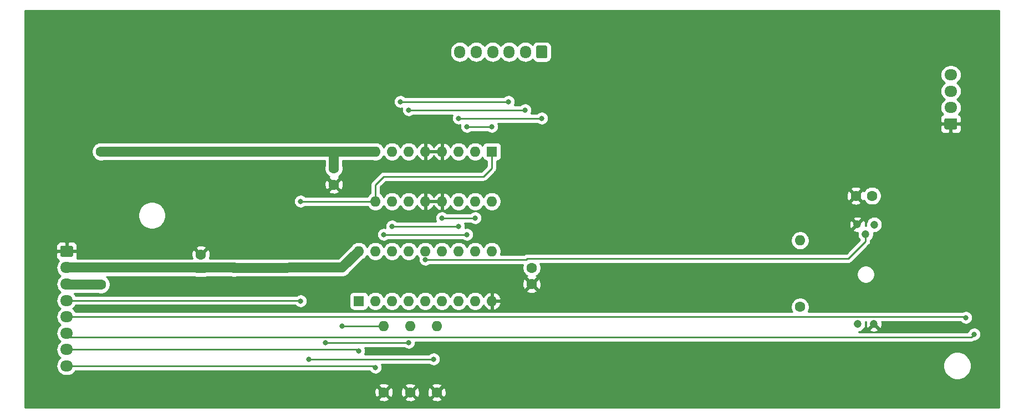
<source format=gbr>
%TF.GenerationSoftware,KiCad,Pcbnew,5.1.10-88a1d61d58~88~ubuntu20.04.1*%
%TF.CreationDate,2021-05-13T16:29:57+02:00*%
%TF.ProjectId,anna_elsa_reel_pcb,616e6e61-5f65-46c7-9361-5f7265656c5f,rev?*%
%TF.SameCoordinates,Original*%
%TF.FileFunction,Copper,L2,Bot*%
%TF.FilePolarity,Positive*%
%FSLAX46Y46*%
G04 Gerber Fmt 4.6, Leading zero omitted, Abs format (unit mm)*
G04 Created by KiCad (PCBNEW 5.1.10-88a1d61d58~88~ubuntu20.04.1) date 2021-05-13 16:29:57*
%MOMM*%
%LPD*%
G01*
G04 APERTURE LIST*
%TA.AperFunction,ComponentPad*%
%ADD10O,1.500000X1.500000*%
%TD*%
%TA.AperFunction,ComponentPad*%
%ADD11R,1.500000X1.500000*%
%TD*%
%TA.AperFunction,ComponentPad*%
%ADD12C,1.600000*%
%TD*%
%TA.AperFunction,ComponentPad*%
%ADD13R,1.600000X1.600000*%
%TD*%
%TA.AperFunction,ComponentPad*%
%ADD14O,1.600000X1.600000*%
%TD*%
%TA.AperFunction,ComponentPad*%
%ADD15C,1.206500*%
%TD*%
%TA.AperFunction,ComponentPad*%
%ADD16O,1.950000X1.700000*%
%TD*%
%TA.AperFunction,ComponentPad*%
%ADD17O,1.700000X1.950000*%
%TD*%
%TA.AperFunction,ViaPad*%
%ADD18C,0.800000*%
%TD*%
%TA.AperFunction,ViaPad*%
%ADD19C,1.600000*%
%TD*%
%TA.AperFunction,Conductor*%
%ADD20C,0.250000*%
%TD*%
%TA.AperFunction,Conductor*%
%ADD21C,1.500000*%
%TD*%
%TA.AperFunction,Conductor*%
%ADD22C,0.254000*%
%TD*%
%TA.AperFunction,Conductor*%
%ADD23C,0.100000*%
%TD*%
G04 APERTURE END LIST*
D10*
%TO.P,D1,2*%
%TO.N,GND*%
X86360000Y-69850000D03*
D11*
%TO.P,D1,1*%
%TO.N,+24V*%
X86360000Y-62230000D03*
%TD*%
D12*
%TO.P,C3,2*%
%TO.N,GND*%
X77470000Y-78010000D03*
D13*
%TO.P,C3,1*%
%TO.N,+5V*%
X77470000Y-80010000D03*
%TD*%
D12*
%TO.P,C4,2*%
%TO.N,GND*%
X97790000Y-67310000D03*
%TO.P,C4,1*%
%TO.N,+24V*%
X97790000Y-64810000D03*
%TD*%
D14*
%TO.P,R4,2*%
%TO.N,Net-(JP3-Pad2)*%
X113510000Y-88900000D03*
D12*
%TO.P,R4,1*%
%TO.N,GND*%
X113510000Y-99060000D03*
%TD*%
D14*
%TO.P,R3,2*%
%TO.N,Net-(JP2-Pad2)*%
X109460000Y-88900000D03*
D12*
%TO.P,R3,1*%
%TO.N,GND*%
X109460000Y-99060000D03*
%TD*%
D14*
%TO.P,R2,2*%
%TO.N,Net-(JP1-Pad2)*%
X105410000Y-88900000D03*
D12*
%TO.P,R2,1*%
%TO.N,GND*%
X105410000Y-99060000D03*
%TD*%
D14*
%TO.P,U1,16*%
%TO.N,+5V*%
X121920000Y-69850000D03*
%TO.P,U1,8*%
%TO.N,+24V*%
X104140000Y-62230000D03*
%TO.P,U1,15*%
%TO.N,/M4_IN*%
X119380000Y-69850000D03*
%TO.P,U1,7*%
%TO.N,/M2_IN*%
X106680000Y-62230000D03*
%TO.P,U1,14*%
%TO.N,/M4_OUT*%
X116840000Y-69850000D03*
%TO.P,U1,6*%
%TO.N,/M2_OUT*%
X109220000Y-62230000D03*
%TO.P,U1,13*%
%TO.N,GND*%
X114300000Y-69850000D03*
%TO.P,U1,5*%
X111760000Y-62230000D03*
%TO.P,U1,12*%
X111760000Y-69850000D03*
%TO.P,U1,4*%
X114300000Y-62230000D03*
%TO.P,U1,11*%
%TO.N,/M3_OUT*%
X109220000Y-69850000D03*
%TO.P,U1,3*%
%TO.N,/M1_OUT*%
X116840000Y-62230000D03*
%TO.P,U1,10*%
%TO.N,/M3_IN*%
X106680000Y-69850000D03*
%TO.P,U1,2*%
%TO.N,/M1_IN*%
X119380000Y-62230000D03*
%TO.P,U1,9*%
%TO.N,/EN_PWM*%
X104140000Y-69850000D03*
D13*
%TO.P,U1,1*%
X121920000Y-62230000D03*
%TD*%
D12*
%TO.P,C2,2*%
%TO.N,GND*%
X177500000Y-69000000D03*
%TO.P,C2,1*%
%TO.N,+5V*%
X180000000Y-69000000D03*
%TD*%
D14*
%TO.P,R1,2*%
%TO.N,+5V*%
X169000000Y-75840000D03*
D12*
%TO.P,R1,1*%
%TO.N,Net-(R1-Pad1)*%
X169000000Y-86000000D03*
%TD*%
%TO.P,C1,2*%
%TO.N,GND*%
X128000000Y-82510000D03*
%TO.P,C1,1*%
%TO.N,+5V*%
X128000000Y-80010000D03*
%TD*%
D15*
%TO.P,U3,5*%
%TO.N,GND*%
X177730000Y-73380000D03*
%TO.P,U3,4*%
%TO.N,/PHOTOINTERRUPTER*%
X179000000Y-74850660D03*
%TO.P,U3,3*%
%TO.N,+5V*%
X180297940Y-73400320D03*
%TO.P,U3,2*%
%TO.N,GND*%
X180270000Y-88620000D03*
%TO.P,U3,1*%
%TO.N,Net-(R1-Pad1)*%
X177760480Y-88599680D03*
%TD*%
D14*
%TO.P,U2,18*%
%TO.N,+5V*%
X101600000Y-77470000D03*
%TO.P,U2,9*%
%TO.N,GND*%
X121920000Y-85090000D03*
%TO.P,U2,17*%
%TO.N,Net-(U2-Pad17)*%
X104140000Y-77470000D03*
%TO.P,U2,8*%
%TO.N,Net-(U2-Pad8)*%
X119380000Y-85090000D03*
%TO.P,U2,16*%
%TO.N,Net-(U2-Pad16)*%
X106680000Y-77470000D03*
%TO.P,U2,7*%
%TO.N,Net-(U2-Pad7)*%
X116840000Y-85090000D03*
%TO.P,U2,15*%
%TO.N,Net-(U2-Pad15)*%
X109220000Y-77470000D03*
%TO.P,U2,6*%
%TO.N,+5V*%
X114300000Y-85090000D03*
%TO.P,U2,14*%
%TO.N,/PHOTOINTERRUPTER*%
X111760000Y-77470000D03*
%TO.P,U2,5*%
%TO.N,Net-(JP3-Pad2)*%
X111760000Y-85090000D03*
%TO.P,U2,13*%
%TO.N,/M4_IN*%
X114300000Y-77470000D03*
%TO.P,U2,4*%
%TO.N,Net-(JP2-Pad2)*%
X109220000Y-85090000D03*
%TO.P,U2,12*%
%TO.N,/M3_IN*%
X116840000Y-77470000D03*
%TO.P,U2,3*%
%TO.N,Net-(JP1-Pad2)*%
X106680000Y-85090000D03*
%TO.P,U2,11*%
%TO.N,/M2_IN*%
X119380000Y-77470000D03*
%TO.P,U2,2*%
%TO.N,/SDA*%
X104140000Y-85090000D03*
%TO.P,U2,10*%
%TO.N,/M1_IN*%
X121920000Y-77470000D03*
D13*
%TO.P,U2,1*%
%TO.N,/SCL*%
X101600000Y-85090000D03*
%TD*%
D16*
%TO.P,J3,8*%
%TO.N,/SDA*%
X57000000Y-95000000D03*
%TO.P,J3,7*%
%TO.N,/SCL*%
X57000000Y-92500000D03*
%TO.P,J3,6*%
%TO.N,/LED_DIN*%
X57000000Y-90000000D03*
%TO.P,J3,5*%
%TO.N,/LED_DOUT*%
X57000000Y-87500000D03*
%TO.P,J3,4*%
%TO.N,/EN_PWM*%
X57000000Y-85000000D03*
%TO.P,J3,3*%
%TO.N,+24V*%
X57000000Y-82500000D03*
%TO.P,J3,2*%
%TO.N,+5V*%
X57000000Y-80000000D03*
%TO.P,J3,1*%
%TO.N,GND*%
%TA.AperFunction,ComponentPad*%
G36*
G01*
X56275000Y-76650000D02*
X57725000Y-76650000D01*
G75*
G02*
X57975000Y-76900000I0J-250000D01*
G01*
X57975000Y-78100000D01*
G75*
G02*
X57725000Y-78350000I-250000J0D01*
G01*
X56275000Y-78350000D01*
G75*
G02*
X56025000Y-78100000I0J250000D01*
G01*
X56025000Y-76900000D01*
G75*
G02*
X56275000Y-76650000I250000J0D01*
G01*
G37*
%TD.AperFunction*%
%TD*%
D17*
%TO.P,J2,6*%
%TO.N,Net-(J2-Pad6)*%
X117040000Y-47000000D03*
%TO.P,J2,5*%
%TO.N,Net-(J2-Pad5)*%
X119540000Y-47000000D03*
%TO.P,J2,4*%
%TO.N,/M4_OUT*%
X122040000Y-47000000D03*
%TO.P,J2,3*%
%TO.N,/M3_OUT*%
X124540000Y-47000000D03*
%TO.P,J2,2*%
%TO.N,/M2_OUT*%
X127040000Y-47000000D03*
%TO.P,J2,1*%
%TO.N,/M1_OUT*%
%TA.AperFunction,ComponentPad*%
G36*
G01*
X130390000Y-46275000D02*
X130390000Y-47725000D01*
G75*
G02*
X130140000Y-47975000I-250000J0D01*
G01*
X128940000Y-47975000D01*
G75*
G02*
X128690000Y-47725000I0J250000D01*
G01*
X128690000Y-46275000D01*
G75*
G02*
X128940000Y-46025000I250000J0D01*
G01*
X130140000Y-46025000D01*
G75*
G02*
X130390000Y-46275000I0J-250000D01*
G01*
G37*
%TD.AperFunction*%
%TD*%
D16*
%TO.P,J1,4*%
%TO.N,/LED_DIN*%
X192000000Y-50500000D03*
%TO.P,J1,3*%
%TO.N,/LED_DOUT*%
X192000000Y-53000000D03*
%TO.P,J1,2*%
%TO.N,+5V*%
X192000000Y-55500000D03*
%TO.P,J1,1*%
%TO.N,GND*%
%TA.AperFunction,ComponentPad*%
G36*
G01*
X192725000Y-58850000D02*
X191275000Y-58850000D01*
G75*
G02*
X191025000Y-58600000I0J250000D01*
G01*
X191025000Y-57400000D01*
G75*
G02*
X191275000Y-57150000I250000J0D01*
G01*
X192725000Y-57150000D01*
G75*
G02*
X192975000Y-57400000I0J-250000D01*
G01*
X192975000Y-58600000D01*
G75*
G02*
X192725000Y-58850000I-250000J0D01*
G01*
G37*
%TD.AperFunction*%
%TD*%
D18*
%TO.N,/LED_DIN*%
X195580000Y-90170000D03*
%TO.N,/LED_DOUT*%
X194310000Y-87630000D03*
D19*
%TO.N,+5V*%
X82550000Y-80010000D03*
D18*
%TO.N,/M4_OUT*%
X121920000Y-58420000D03*
X118110000Y-58420000D03*
%TO.N,/M3_OUT*%
X107950000Y-54610000D03*
X124460000Y-54610000D03*
%TO.N,/M2_OUT*%
X109220000Y-55880000D03*
X127000000Y-55880000D03*
%TO.N,/M1_OUT*%
X129540000Y-57150000D03*
X116840000Y-57150000D03*
%TO.N,/EN_PWM*%
X92710000Y-85090000D03*
X92710000Y-69850000D03*
D19*
%TO.N,+24V*%
X62230000Y-62230000D03*
X62230000Y-82550000D03*
D18*
%TO.N,/PHOTOINTERRUPTER*%
X111760000Y-78740000D03*
%TO.N,/M4_IN*%
X119380000Y-72390000D03*
X114300000Y-72390000D03*
%TO.N,/M2_IN*%
X105410000Y-74930000D03*
X118110000Y-74930000D03*
%TO.N,/M3_IN*%
X106680000Y-73660000D03*
X116840000Y-73660000D03*
%TO.N,/SDA*%
X104140000Y-95250000D03*
%TO.N,/SCL*%
X101600000Y-92710000D03*
%TO.N,Net-(JP1-Pad2)*%
X99060000Y-88900000D03*
%TO.N,Net-(JP2-Pad2)*%
X96520000Y-91440000D03*
X109220000Y-91440000D03*
%TO.N,Net-(JP3-Pad2)*%
X93980000Y-93980000D03*
X113030000Y-93980000D03*
%TD*%
D20*
%TO.N,/LED_DIN*%
X195127329Y-90622671D02*
X195580000Y-90170000D01*
X57622671Y-90622671D02*
X195127329Y-90622671D01*
X57000000Y-90000000D02*
X57622671Y-90622671D01*
X192300000Y-50800000D02*
X192000000Y-50500000D01*
%TO.N,/LED_DOUT*%
X194180000Y-87500000D02*
X194310000Y-87630000D01*
X57000000Y-87500000D02*
X194180000Y-87500000D01*
D21*
%TO.N,+5V*%
X99070000Y-80000000D02*
X101600000Y-77470000D01*
X82560000Y-80000000D02*
X82550000Y-80010000D01*
X82550000Y-80010000D02*
X99070000Y-80000000D01*
X57000000Y-80000000D02*
X82560000Y-80000000D01*
D20*
%TO.N,/M4_OUT*%
X121920000Y-58420000D02*
X118110000Y-58420000D01*
%TO.N,/M3_OUT*%
X107950000Y-54610000D02*
X124460000Y-54610000D01*
%TO.N,/M2_OUT*%
X109220000Y-55880000D02*
X127000000Y-55880000D01*
%TO.N,/M1_OUT*%
X129540000Y-57150000D02*
X116840000Y-57150000D01*
%TO.N,/EN_PWM*%
X92620000Y-85000000D02*
X92710000Y-85090000D01*
X57000000Y-85000000D02*
X92620000Y-85000000D01*
X92710000Y-69850000D02*
X104140000Y-69850000D01*
X104140000Y-69850000D02*
X104140000Y-67310000D01*
X104140000Y-67310000D02*
X105410000Y-66040000D01*
X105410000Y-66040000D02*
X120650000Y-66040000D01*
X121920000Y-64770000D02*
X121920000Y-62230000D01*
X120650000Y-66040000D02*
X121920000Y-64770000D01*
D21*
%TO.N,+24V*%
X57050000Y-82550000D02*
X57000000Y-82500000D01*
X62230000Y-82550000D02*
X57050000Y-82550000D01*
X97790000Y-62230000D02*
X62230000Y-62230000D01*
X97790000Y-64810000D02*
X97790000Y-62230000D01*
X104140000Y-62230000D02*
X97790000Y-62230000D01*
D20*
%TO.N,/PHOTOINTERRUPTER*%
X127315999Y-78584999D02*
X176374999Y-78584999D01*
X127160998Y-78740000D02*
X127315999Y-78584999D01*
X111760000Y-78740000D02*
X127160998Y-78740000D01*
X179000000Y-75959998D02*
X179000000Y-74850660D01*
X176374999Y-78584999D02*
X179000000Y-75959998D01*
%TO.N,/M4_IN*%
X119380000Y-72390000D02*
X114300000Y-72390000D01*
%TO.N,/M2_IN*%
X105410000Y-74930000D02*
X118110000Y-74930000D01*
%TO.N,/M3_IN*%
X106680000Y-73660000D02*
X116840000Y-73660000D01*
%TO.N,/SDA*%
X103890000Y-95000000D02*
X104140000Y-95250000D01*
X57000000Y-95000000D02*
X103890000Y-95000000D01*
%TO.N,/SCL*%
X101390000Y-92500000D02*
X101600000Y-92710000D01*
X57000000Y-92500000D02*
X101390000Y-92500000D01*
%TO.N,Net-(JP1-Pad2)*%
X99060000Y-88900000D02*
X105410000Y-88900000D01*
%TO.N,Net-(JP2-Pad2)*%
X96520000Y-91440000D02*
X109220000Y-91440000D01*
%TO.N,Net-(JP3-Pad2)*%
X93980000Y-93980000D02*
X113030000Y-93980000D01*
%TD*%
D22*
%TO.N,GND*%
X199340001Y-101340000D02*
X50660000Y-101340000D01*
X50660000Y-100052702D01*
X104596903Y-100052702D01*
X104668486Y-100296671D01*
X104923996Y-100417571D01*
X105198184Y-100486300D01*
X105480512Y-100500217D01*
X105760130Y-100458787D01*
X106026292Y-100363603D01*
X106151514Y-100296671D01*
X106223097Y-100052702D01*
X108646903Y-100052702D01*
X108718486Y-100296671D01*
X108973996Y-100417571D01*
X109248184Y-100486300D01*
X109530512Y-100500217D01*
X109810130Y-100458787D01*
X110076292Y-100363603D01*
X110201514Y-100296671D01*
X110273097Y-100052702D01*
X112696903Y-100052702D01*
X112768486Y-100296671D01*
X113023996Y-100417571D01*
X113298184Y-100486300D01*
X113580512Y-100500217D01*
X113860130Y-100458787D01*
X114126292Y-100363603D01*
X114251514Y-100296671D01*
X114323097Y-100052702D01*
X113510000Y-99239605D01*
X112696903Y-100052702D01*
X110273097Y-100052702D01*
X109460000Y-99239605D01*
X108646903Y-100052702D01*
X106223097Y-100052702D01*
X105410000Y-99239605D01*
X104596903Y-100052702D01*
X50660000Y-100052702D01*
X50660000Y-99130512D01*
X103969783Y-99130512D01*
X104011213Y-99410130D01*
X104106397Y-99676292D01*
X104173329Y-99801514D01*
X104417298Y-99873097D01*
X105230395Y-99060000D01*
X105589605Y-99060000D01*
X106402702Y-99873097D01*
X106646671Y-99801514D01*
X106767571Y-99546004D01*
X106836300Y-99271816D01*
X106843265Y-99130512D01*
X108019783Y-99130512D01*
X108061213Y-99410130D01*
X108156397Y-99676292D01*
X108223329Y-99801514D01*
X108467298Y-99873097D01*
X109280395Y-99060000D01*
X109639605Y-99060000D01*
X110452702Y-99873097D01*
X110696671Y-99801514D01*
X110817571Y-99546004D01*
X110886300Y-99271816D01*
X110893265Y-99130512D01*
X112069783Y-99130512D01*
X112111213Y-99410130D01*
X112206397Y-99676292D01*
X112273329Y-99801514D01*
X112517298Y-99873097D01*
X113330395Y-99060000D01*
X113689605Y-99060000D01*
X114502702Y-99873097D01*
X114746671Y-99801514D01*
X114867571Y-99546004D01*
X114936300Y-99271816D01*
X114950217Y-98989488D01*
X114908787Y-98709870D01*
X114813603Y-98443708D01*
X114746671Y-98318486D01*
X114502702Y-98246903D01*
X113689605Y-99060000D01*
X113330395Y-99060000D01*
X112517298Y-98246903D01*
X112273329Y-98318486D01*
X112152429Y-98573996D01*
X112083700Y-98848184D01*
X112069783Y-99130512D01*
X110893265Y-99130512D01*
X110900217Y-98989488D01*
X110858787Y-98709870D01*
X110763603Y-98443708D01*
X110696671Y-98318486D01*
X110452702Y-98246903D01*
X109639605Y-99060000D01*
X109280395Y-99060000D01*
X108467298Y-98246903D01*
X108223329Y-98318486D01*
X108102429Y-98573996D01*
X108033700Y-98848184D01*
X108019783Y-99130512D01*
X106843265Y-99130512D01*
X106850217Y-98989488D01*
X106808787Y-98709870D01*
X106713603Y-98443708D01*
X106646671Y-98318486D01*
X106402702Y-98246903D01*
X105589605Y-99060000D01*
X105230395Y-99060000D01*
X104417298Y-98246903D01*
X104173329Y-98318486D01*
X104052429Y-98573996D01*
X103983700Y-98848184D01*
X103969783Y-99130512D01*
X50660000Y-99130512D01*
X50660000Y-98067298D01*
X104596903Y-98067298D01*
X105410000Y-98880395D01*
X106223097Y-98067298D01*
X108646903Y-98067298D01*
X109460000Y-98880395D01*
X110273097Y-98067298D01*
X112696903Y-98067298D01*
X113510000Y-98880395D01*
X114323097Y-98067298D01*
X114251514Y-97823329D01*
X113996004Y-97702429D01*
X113721816Y-97633700D01*
X113439488Y-97619783D01*
X113159870Y-97661213D01*
X112893708Y-97756397D01*
X112768486Y-97823329D01*
X112696903Y-98067298D01*
X110273097Y-98067298D01*
X110201514Y-97823329D01*
X109946004Y-97702429D01*
X109671816Y-97633700D01*
X109389488Y-97619783D01*
X109109870Y-97661213D01*
X108843708Y-97756397D01*
X108718486Y-97823329D01*
X108646903Y-98067298D01*
X106223097Y-98067298D01*
X106151514Y-97823329D01*
X105896004Y-97702429D01*
X105621816Y-97633700D01*
X105339488Y-97619783D01*
X105059870Y-97661213D01*
X104793708Y-97756397D01*
X104668486Y-97823329D01*
X104596903Y-98067298D01*
X50660000Y-98067298D01*
X50660000Y-80000000D01*
X55382815Y-80000000D01*
X55411487Y-80291111D01*
X55496401Y-80571034D01*
X55634294Y-80829014D01*
X55819866Y-81055134D01*
X56045986Y-81240706D01*
X56063374Y-81250000D01*
X56045986Y-81259294D01*
X55819866Y-81444866D01*
X55634294Y-81670986D01*
X55496401Y-81928966D01*
X55411487Y-82208889D01*
X55382815Y-82500000D01*
X55411487Y-82791111D01*
X55496401Y-83071034D01*
X55634294Y-83329014D01*
X55819866Y-83555134D01*
X56045986Y-83740706D01*
X56063374Y-83750000D01*
X56045986Y-83759294D01*
X55819866Y-83944866D01*
X55634294Y-84170986D01*
X55496401Y-84428966D01*
X55411487Y-84708889D01*
X55382815Y-85000000D01*
X55411487Y-85291111D01*
X55496401Y-85571034D01*
X55634294Y-85829014D01*
X55819866Y-86055134D01*
X56045986Y-86240706D01*
X56063374Y-86250000D01*
X56045986Y-86259294D01*
X55819866Y-86444866D01*
X55634294Y-86670986D01*
X55496401Y-86928966D01*
X55411487Y-87208889D01*
X55382815Y-87500000D01*
X55411487Y-87791111D01*
X55496401Y-88071034D01*
X55634294Y-88329014D01*
X55819866Y-88555134D01*
X56045986Y-88740706D01*
X56063374Y-88750000D01*
X56045986Y-88759294D01*
X55819866Y-88944866D01*
X55634294Y-89170986D01*
X55496401Y-89428966D01*
X55411487Y-89708889D01*
X55382815Y-90000000D01*
X55411487Y-90291111D01*
X55496401Y-90571034D01*
X55634294Y-90829014D01*
X55819866Y-91055134D01*
X56045986Y-91240706D01*
X56063374Y-91250000D01*
X56045986Y-91259294D01*
X55819866Y-91444866D01*
X55634294Y-91670986D01*
X55496401Y-91928966D01*
X55411487Y-92208889D01*
X55382815Y-92500000D01*
X55411487Y-92791111D01*
X55496401Y-93071034D01*
X55634294Y-93329014D01*
X55819866Y-93555134D01*
X56045986Y-93740706D01*
X56063374Y-93750000D01*
X56045986Y-93759294D01*
X55819866Y-93944866D01*
X55634294Y-94170986D01*
X55496401Y-94428966D01*
X55411487Y-94708889D01*
X55382815Y-95000000D01*
X55411487Y-95291111D01*
X55496401Y-95571034D01*
X55634294Y-95829014D01*
X55819866Y-96055134D01*
X56045986Y-96240706D01*
X56303966Y-96378599D01*
X56583889Y-96463513D01*
X56802050Y-96485000D01*
X57197950Y-96485000D01*
X57416111Y-96463513D01*
X57696034Y-96378599D01*
X57954014Y-96240706D01*
X58180134Y-96055134D01*
X58365706Y-95829014D01*
X58402595Y-95760000D01*
X103235987Y-95760000D01*
X103336063Y-95909774D01*
X103480226Y-96053937D01*
X103649744Y-96167205D01*
X103838102Y-96245226D01*
X104038061Y-96285000D01*
X104241939Y-96285000D01*
X104441898Y-96245226D01*
X104630256Y-96167205D01*
X104799774Y-96053937D01*
X104943937Y-95909774D01*
X105057205Y-95740256D01*
X105135226Y-95551898D01*
X105175000Y-95351939D01*
X105175000Y-95148061D01*
X105135226Y-94948102D01*
X105057205Y-94759744D01*
X105044013Y-94740000D01*
X112326289Y-94740000D01*
X112370226Y-94783937D01*
X112539744Y-94897205D01*
X112728102Y-94975226D01*
X112928061Y-95015000D01*
X113131939Y-95015000D01*
X113331898Y-94975226D01*
X113520256Y-94897205D01*
X113681117Y-94789721D01*
X190865000Y-94789721D01*
X190865000Y-95210279D01*
X190947047Y-95622756D01*
X191107988Y-96011302D01*
X191341637Y-96360983D01*
X191639017Y-96658363D01*
X191988698Y-96892012D01*
X192377244Y-97052953D01*
X192789721Y-97135000D01*
X193210279Y-97135000D01*
X193622756Y-97052953D01*
X194011302Y-96892012D01*
X194360983Y-96658363D01*
X194658363Y-96360983D01*
X194892012Y-96011302D01*
X195052953Y-95622756D01*
X195135000Y-95210279D01*
X195135000Y-94789721D01*
X195052953Y-94377244D01*
X194892012Y-93988698D01*
X194658363Y-93639017D01*
X194360983Y-93341637D01*
X194011302Y-93107988D01*
X193622756Y-92947047D01*
X193210279Y-92865000D01*
X192789721Y-92865000D01*
X192377244Y-92947047D01*
X191988698Y-93107988D01*
X191639017Y-93341637D01*
X191341637Y-93639017D01*
X191107988Y-93988698D01*
X190947047Y-94377244D01*
X190865000Y-94789721D01*
X113681117Y-94789721D01*
X113689774Y-94783937D01*
X113833937Y-94639774D01*
X113947205Y-94470256D01*
X114025226Y-94281898D01*
X114065000Y-94081939D01*
X114065000Y-93878061D01*
X114025226Y-93678102D01*
X113947205Y-93489744D01*
X113833937Y-93320226D01*
X113689774Y-93176063D01*
X113520256Y-93062795D01*
X113331898Y-92984774D01*
X113131939Y-92945000D01*
X112928061Y-92945000D01*
X112728102Y-92984774D01*
X112539744Y-93062795D01*
X112370226Y-93176063D01*
X112326289Y-93220000D01*
X102504013Y-93220000D01*
X102517205Y-93200256D01*
X102595226Y-93011898D01*
X102635000Y-92811939D01*
X102635000Y-92608061D01*
X102595226Y-92408102D01*
X102517205Y-92219744D01*
X102504013Y-92200000D01*
X108516289Y-92200000D01*
X108560226Y-92243937D01*
X108729744Y-92357205D01*
X108918102Y-92435226D01*
X109118061Y-92475000D01*
X109321939Y-92475000D01*
X109521898Y-92435226D01*
X109710256Y-92357205D01*
X109879774Y-92243937D01*
X110023937Y-92099774D01*
X110137205Y-91930256D01*
X110215226Y-91741898D01*
X110255000Y-91541939D01*
X110255000Y-91382671D01*
X195090007Y-91382671D01*
X195127329Y-91386347D01*
X195164651Y-91382671D01*
X195164662Y-91382671D01*
X195276315Y-91371674D01*
X195419576Y-91328217D01*
X195551605Y-91257645D01*
X195615753Y-91205000D01*
X195681939Y-91205000D01*
X195881898Y-91165226D01*
X196070256Y-91087205D01*
X196239774Y-90973937D01*
X196383937Y-90829774D01*
X196497205Y-90660256D01*
X196575226Y-90471898D01*
X196615000Y-90271939D01*
X196615000Y-90068061D01*
X196575226Y-89868102D01*
X196497205Y-89679744D01*
X196383937Y-89510226D01*
X196239774Y-89366063D01*
X196070256Y-89252795D01*
X195881898Y-89174774D01*
X195681939Y-89135000D01*
X195478061Y-89135000D01*
X195278102Y-89174774D01*
X195089744Y-89252795D01*
X194920226Y-89366063D01*
X194776063Y-89510226D01*
X194662795Y-89679744D01*
X194587024Y-89862671D01*
X177985270Y-89862671D01*
X177985270Y-89851480D01*
X177978763Y-89818769D01*
X178121664Y-89790344D01*
X178347011Y-89697003D01*
X178549818Y-89561491D01*
X178639220Y-89472089D01*
X179597516Y-89472089D01*
X179645218Y-89696004D01*
X179867141Y-89797218D01*
X180104545Y-89853191D01*
X180348309Y-89861775D01*
X180589062Y-89822637D01*
X180817554Y-89737283D01*
X180894782Y-89696004D01*
X180942484Y-89472089D01*
X180270000Y-88799605D01*
X179597516Y-89472089D01*
X178639220Y-89472089D01*
X178722291Y-89389018D01*
X178857803Y-89186211D01*
X178951144Y-88960864D01*
X178998730Y-88721637D01*
X178998730Y-88477723D01*
X178955421Y-88260000D01*
X179082677Y-88260000D01*
X179036809Y-88454545D01*
X179028225Y-88698309D01*
X179067363Y-88939062D01*
X179152717Y-89167554D01*
X179193996Y-89244782D01*
X179417911Y-89292484D01*
X180090395Y-88620000D01*
X180076253Y-88605858D01*
X180255858Y-88426253D01*
X180270000Y-88440395D01*
X180284143Y-88426253D01*
X180463748Y-88605858D01*
X180449605Y-88620000D01*
X181122089Y-89292484D01*
X181346004Y-89244782D01*
X181447218Y-89022859D01*
X181503191Y-88785455D01*
X181511775Y-88541691D01*
X181472637Y-88300938D01*
X181457344Y-88260000D01*
X193486169Y-88260000D01*
X193506063Y-88289774D01*
X193650226Y-88433937D01*
X193819744Y-88547205D01*
X194008102Y-88625226D01*
X194208061Y-88665000D01*
X194411939Y-88665000D01*
X194611898Y-88625226D01*
X194800256Y-88547205D01*
X194969774Y-88433937D01*
X195113937Y-88289774D01*
X195227205Y-88120256D01*
X195305226Y-87931898D01*
X195345000Y-87731939D01*
X195345000Y-87528061D01*
X195305226Y-87328102D01*
X195227205Y-87139744D01*
X195113937Y-86970226D01*
X194969774Y-86826063D01*
X194800256Y-86712795D01*
X194611898Y-86634774D01*
X194411939Y-86595000D01*
X194208061Y-86595000D01*
X194008102Y-86634774D01*
X193819744Y-86712795D01*
X193779029Y-86740000D01*
X170231407Y-86740000D01*
X170271680Y-86679727D01*
X170379853Y-86418574D01*
X170435000Y-86141335D01*
X170435000Y-85858665D01*
X170379853Y-85581426D01*
X170271680Y-85320273D01*
X170114637Y-85085241D01*
X169914759Y-84885363D01*
X169679727Y-84728320D01*
X169418574Y-84620147D01*
X169141335Y-84565000D01*
X168858665Y-84565000D01*
X168581426Y-84620147D01*
X168320273Y-84728320D01*
X168085241Y-84885363D01*
X167885363Y-85085241D01*
X167728320Y-85320273D01*
X167620147Y-85581426D01*
X167565000Y-85858665D01*
X167565000Y-86141335D01*
X167620147Y-86418574D01*
X167728320Y-86679727D01*
X167768593Y-86740000D01*
X58402595Y-86740000D01*
X58365706Y-86670986D01*
X58180134Y-86444866D01*
X57954014Y-86259294D01*
X57936626Y-86250000D01*
X57954014Y-86240706D01*
X58180134Y-86055134D01*
X58365706Y-85829014D01*
X58402595Y-85760000D01*
X91916289Y-85760000D01*
X92050226Y-85893937D01*
X92219744Y-86007205D01*
X92408102Y-86085226D01*
X92608061Y-86125000D01*
X92811939Y-86125000D01*
X93011898Y-86085226D01*
X93200256Y-86007205D01*
X93369774Y-85893937D01*
X93513937Y-85749774D01*
X93627205Y-85580256D01*
X93705226Y-85391898D01*
X93745000Y-85191939D01*
X93745000Y-84988061D01*
X93705226Y-84788102D01*
X93627205Y-84599744D01*
X93513937Y-84430226D01*
X93373711Y-84290000D01*
X100161928Y-84290000D01*
X100161928Y-85890000D01*
X100174188Y-86014482D01*
X100210498Y-86134180D01*
X100269463Y-86244494D01*
X100348815Y-86341185D01*
X100445506Y-86420537D01*
X100555820Y-86479502D01*
X100675518Y-86515812D01*
X100800000Y-86528072D01*
X102400000Y-86528072D01*
X102524482Y-86515812D01*
X102644180Y-86479502D01*
X102754494Y-86420537D01*
X102851185Y-86341185D01*
X102930537Y-86244494D01*
X102989502Y-86134180D01*
X103025812Y-86014482D01*
X103026643Y-86006039D01*
X103225241Y-86204637D01*
X103460273Y-86361680D01*
X103721426Y-86469853D01*
X103998665Y-86525000D01*
X104281335Y-86525000D01*
X104558574Y-86469853D01*
X104819727Y-86361680D01*
X105054759Y-86204637D01*
X105254637Y-86004759D01*
X105410000Y-85772241D01*
X105565363Y-86004759D01*
X105765241Y-86204637D01*
X106000273Y-86361680D01*
X106261426Y-86469853D01*
X106538665Y-86525000D01*
X106821335Y-86525000D01*
X107098574Y-86469853D01*
X107359727Y-86361680D01*
X107594759Y-86204637D01*
X107794637Y-86004759D01*
X107950000Y-85772241D01*
X108105363Y-86004759D01*
X108305241Y-86204637D01*
X108540273Y-86361680D01*
X108801426Y-86469853D01*
X109078665Y-86525000D01*
X109361335Y-86525000D01*
X109638574Y-86469853D01*
X109899727Y-86361680D01*
X110134759Y-86204637D01*
X110334637Y-86004759D01*
X110490000Y-85772241D01*
X110645363Y-86004759D01*
X110845241Y-86204637D01*
X111080273Y-86361680D01*
X111341426Y-86469853D01*
X111618665Y-86525000D01*
X111901335Y-86525000D01*
X112178574Y-86469853D01*
X112439727Y-86361680D01*
X112674759Y-86204637D01*
X112874637Y-86004759D01*
X113030000Y-85772241D01*
X113185363Y-86004759D01*
X113385241Y-86204637D01*
X113620273Y-86361680D01*
X113881426Y-86469853D01*
X114158665Y-86525000D01*
X114441335Y-86525000D01*
X114718574Y-86469853D01*
X114979727Y-86361680D01*
X115214759Y-86204637D01*
X115414637Y-86004759D01*
X115570000Y-85772241D01*
X115725363Y-86004759D01*
X115925241Y-86204637D01*
X116160273Y-86361680D01*
X116421426Y-86469853D01*
X116698665Y-86525000D01*
X116981335Y-86525000D01*
X117258574Y-86469853D01*
X117519727Y-86361680D01*
X117754759Y-86204637D01*
X117954637Y-86004759D01*
X118110000Y-85772241D01*
X118265363Y-86004759D01*
X118465241Y-86204637D01*
X118700273Y-86361680D01*
X118961426Y-86469853D01*
X119238665Y-86525000D01*
X119521335Y-86525000D01*
X119798574Y-86469853D01*
X120059727Y-86361680D01*
X120294759Y-86204637D01*
X120494637Y-86004759D01*
X120651680Y-85769727D01*
X120656067Y-85759135D01*
X120767615Y-85945131D01*
X120956586Y-86153519D01*
X121182580Y-86321037D01*
X121436913Y-86441246D01*
X121570961Y-86481904D01*
X121793000Y-86359915D01*
X121793000Y-85217000D01*
X122047000Y-85217000D01*
X122047000Y-86359915D01*
X122269039Y-86481904D01*
X122403087Y-86441246D01*
X122657420Y-86321037D01*
X122883414Y-86153519D01*
X123072385Y-85945131D01*
X123217070Y-85703881D01*
X123311909Y-85439040D01*
X123190624Y-85217000D01*
X122047000Y-85217000D01*
X121793000Y-85217000D01*
X121773000Y-85217000D01*
X121773000Y-84963000D01*
X121793000Y-84963000D01*
X121793000Y-83820085D01*
X122047000Y-83820085D01*
X122047000Y-84963000D01*
X123190624Y-84963000D01*
X123311909Y-84740960D01*
X123217070Y-84476119D01*
X123072385Y-84234869D01*
X122883414Y-84026481D01*
X122657420Y-83858963D01*
X122403087Y-83738754D01*
X122269039Y-83698096D01*
X122047000Y-83820085D01*
X121793000Y-83820085D01*
X121570961Y-83698096D01*
X121436913Y-83738754D01*
X121182580Y-83858963D01*
X120956586Y-84026481D01*
X120767615Y-84234869D01*
X120656067Y-84420865D01*
X120651680Y-84410273D01*
X120494637Y-84175241D01*
X120294759Y-83975363D01*
X120059727Y-83818320D01*
X119798574Y-83710147D01*
X119521335Y-83655000D01*
X119238665Y-83655000D01*
X118961426Y-83710147D01*
X118700273Y-83818320D01*
X118465241Y-83975363D01*
X118265363Y-84175241D01*
X118110000Y-84407759D01*
X117954637Y-84175241D01*
X117754759Y-83975363D01*
X117519727Y-83818320D01*
X117258574Y-83710147D01*
X116981335Y-83655000D01*
X116698665Y-83655000D01*
X116421426Y-83710147D01*
X116160273Y-83818320D01*
X115925241Y-83975363D01*
X115725363Y-84175241D01*
X115570000Y-84407759D01*
X115414637Y-84175241D01*
X115214759Y-83975363D01*
X114979727Y-83818320D01*
X114718574Y-83710147D01*
X114441335Y-83655000D01*
X114158665Y-83655000D01*
X113881426Y-83710147D01*
X113620273Y-83818320D01*
X113385241Y-83975363D01*
X113185363Y-84175241D01*
X113030000Y-84407759D01*
X112874637Y-84175241D01*
X112674759Y-83975363D01*
X112439727Y-83818320D01*
X112178574Y-83710147D01*
X111901335Y-83655000D01*
X111618665Y-83655000D01*
X111341426Y-83710147D01*
X111080273Y-83818320D01*
X110845241Y-83975363D01*
X110645363Y-84175241D01*
X110490000Y-84407759D01*
X110334637Y-84175241D01*
X110134759Y-83975363D01*
X109899727Y-83818320D01*
X109638574Y-83710147D01*
X109361335Y-83655000D01*
X109078665Y-83655000D01*
X108801426Y-83710147D01*
X108540273Y-83818320D01*
X108305241Y-83975363D01*
X108105363Y-84175241D01*
X107950000Y-84407759D01*
X107794637Y-84175241D01*
X107594759Y-83975363D01*
X107359727Y-83818320D01*
X107098574Y-83710147D01*
X106821335Y-83655000D01*
X106538665Y-83655000D01*
X106261426Y-83710147D01*
X106000273Y-83818320D01*
X105765241Y-83975363D01*
X105565363Y-84175241D01*
X105410000Y-84407759D01*
X105254637Y-84175241D01*
X105054759Y-83975363D01*
X104819727Y-83818320D01*
X104558574Y-83710147D01*
X104281335Y-83655000D01*
X103998665Y-83655000D01*
X103721426Y-83710147D01*
X103460273Y-83818320D01*
X103225241Y-83975363D01*
X103026643Y-84173961D01*
X103025812Y-84165518D01*
X102989502Y-84045820D01*
X102930537Y-83935506D01*
X102851185Y-83838815D01*
X102754494Y-83759463D01*
X102644180Y-83700498D01*
X102524482Y-83664188D01*
X102400000Y-83651928D01*
X100800000Y-83651928D01*
X100675518Y-83664188D01*
X100555820Y-83700498D01*
X100445506Y-83759463D01*
X100348815Y-83838815D01*
X100269463Y-83935506D01*
X100210498Y-84045820D01*
X100174188Y-84165518D01*
X100161928Y-84290000D01*
X93373711Y-84290000D01*
X93369774Y-84286063D01*
X93200256Y-84172795D01*
X93011898Y-84094774D01*
X92811939Y-84055000D01*
X92608061Y-84055000D01*
X92408102Y-84094774D01*
X92219744Y-84172795D01*
X92119164Y-84240000D01*
X58402595Y-84240000D01*
X58365706Y-84170986D01*
X58180134Y-83944866D01*
X58168112Y-83935000D01*
X61837301Y-83935000D01*
X62088665Y-83985000D01*
X62371335Y-83985000D01*
X62648574Y-83929853D01*
X62909727Y-83821680D01*
X63144759Y-83664637D01*
X63306694Y-83502702D01*
X127186903Y-83502702D01*
X127258486Y-83746671D01*
X127513996Y-83867571D01*
X127788184Y-83936300D01*
X128070512Y-83950217D01*
X128350130Y-83908787D01*
X128616292Y-83813603D01*
X128741514Y-83746671D01*
X128813097Y-83502702D01*
X128000000Y-82689605D01*
X127186903Y-83502702D01*
X63306694Y-83502702D01*
X63344637Y-83464759D01*
X63501680Y-83229727D01*
X63609853Y-82968574D01*
X63665000Y-82691335D01*
X63665000Y-82580512D01*
X126559783Y-82580512D01*
X126601213Y-82860130D01*
X126696397Y-83126292D01*
X126763329Y-83251514D01*
X127007298Y-83323097D01*
X127820395Y-82510000D01*
X128179605Y-82510000D01*
X128992702Y-83323097D01*
X129236671Y-83251514D01*
X129357571Y-82996004D01*
X129426300Y-82721816D01*
X129440217Y-82439488D01*
X129398787Y-82159870D01*
X129303603Y-81893708D01*
X129236671Y-81768486D01*
X128992702Y-81696903D01*
X128179605Y-82510000D01*
X127820395Y-82510000D01*
X127007298Y-81696903D01*
X126763329Y-81768486D01*
X126642429Y-82023996D01*
X126573700Y-82298184D01*
X126559783Y-82580512D01*
X63665000Y-82580512D01*
X63665000Y-82408665D01*
X63609853Y-82131426D01*
X63501680Y-81870273D01*
X63344637Y-81635241D01*
X63144759Y-81435363D01*
X63069385Y-81385000D01*
X76398689Y-81385000D01*
X76425820Y-81399502D01*
X76545518Y-81435812D01*
X76670000Y-81448072D01*
X78270000Y-81448072D01*
X78394482Y-81435812D01*
X78514180Y-81399502D01*
X78541311Y-81385000D01*
X82119710Y-81385000D01*
X82131426Y-81389853D01*
X82408665Y-81445000D01*
X82691335Y-81445000D01*
X82943901Y-81394761D01*
X99002383Y-81385041D01*
X99070000Y-81391700D01*
X99138453Y-81384958D01*
X99138875Y-81384958D01*
X99206141Y-81378292D01*
X99341507Y-81364960D01*
X99341914Y-81364837D01*
X99342333Y-81364795D01*
X99471993Y-81325377D01*
X99602580Y-81285764D01*
X99602954Y-81285564D01*
X99603359Y-81285441D01*
X99723331Y-81221221D01*
X99843188Y-81157156D01*
X99843515Y-81156888D01*
X99843888Y-81156688D01*
X99948765Y-81070511D01*
X100001233Y-81027452D01*
X100001532Y-81027153D01*
X100054676Y-80983485D01*
X100097747Y-80930938D01*
X102301663Y-78727023D01*
X102514759Y-78584637D01*
X102714637Y-78384759D01*
X102870000Y-78152241D01*
X103025363Y-78384759D01*
X103225241Y-78584637D01*
X103460273Y-78741680D01*
X103721426Y-78849853D01*
X103998665Y-78905000D01*
X104281335Y-78905000D01*
X104558574Y-78849853D01*
X104819727Y-78741680D01*
X105054759Y-78584637D01*
X105254637Y-78384759D01*
X105410000Y-78152241D01*
X105565363Y-78384759D01*
X105765241Y-78584637D01*
X106000273Y-78741680D01*
X106261426Y-78849853D01*
X106538665Y-78905000D01*
X106821335Y-78905000D01*
X107098574Y-78849853D01*
X107359727Y-78741680D01*
X107594759Y-78584637D01*
X107794637Y-78384759D01*
X107950000Y-78152241D01*
X108105363Y-78384759D01*
X108305241Y-78584637D01*
X108540273Y-78741680D01*
X108801426Y-78849853D01*
X109078665Y-78905000D01*
X109361335Y-78905000D01*
X109638574Y-78849853D01*
X109899727Y-78741680D01*
X110134759Y-78584637D01*
X110334637Y-78384759D01*
X110490000Y-78152241D01*
X110645363Y-78384759D01*
X110753813Y-78493209D01*
X110725000Y-78638061D01*
X110725000Y-78841939D01*
X110764774Y-79041898D01*
X110842795Y-79230256D01*
X110956063Y-79399774D01*
X111100226Y-79543937D01*
X111269744Y-79657205D01*
X111458102Y-79735226D01*
X111658061Y-79775000D01*
X111861939Y-79775000D01*
X112061898Y-79735226D01*
X112250256Y-79657205D01*
X112419774Y-79543937D01*
X112463711Y-79500000D01*
X126658017Y-79500000D01*
X126620147Y-79591426D01*
X126565000Y-79868665D01*
X126565000Y-80151335D01*
X126620147Y-80428574D01*
X126728320Y-80689727D01*
X126885363Y-80924759D01*
X127085241Y-81124637D01*
X127285869Y-81258692D01*
X127258486Y-81273329D01*
X127186903Y-81517298D01*
X128000000Y-82330395D01*
X128813097Y-81517298D01*
X128741514Y-81273329D01*
X128712659Y-81259676D01*
X128914759Y-81124637D01*
X129114637Y-80924759D01*
X129155463Y-80863658D01*
X177615700Y-80863658D01*
X177615700Y-81136342D01*
X177668898Y-81403785D01*
X177773249Y-81655712D01*
X177924744Y-81882440D01*
X178117560Y-82075256D01*
X178344288Y-82226751D01*
X178596215Y-82331102D01*
X178863658Y-82384300D01*
X179136342Y-82384300D01*
X179403785Y-82331102D01*
X179655712Y-82226751D01*
X179882440Y-82075256D01*
X180075256Y-81882440D01*
X180226751Y-81655712D01*
X180331102Y-81403785D01*
X180384300Y-81136342D01*
X180384300Y-80863658D01*
X180331102Y-80596215D01*
X180226751Y-80344288D01*
X180075256Y-80117560D01*
X179882440Y-79924744D01*
X179655712Y-79773249D01*
X179403785Y-79668898D01*
X179136342Y-79615700D01*
X178863658Y-79615700D01*
X178596215Y-79668898D01*
X178344288Y-79773249D01*
X178117560Y-79924744D01*
X177924744Y-80117560D01*
X177773249Y-80344288D01*
X177668898Y-80596215D01*
X177615700Y-80863658D01*
X129155463Y-80863658D01*
X129271680Y-80689727D01*
X129379853Y-80428574D01*
X129435000Y-80151335D01*
X129435000Y-79868665D01*
X129379853Y-79591426D01*
X129277780Y-79344999D01*
X176337677Y-79344999D01*
X176374999Y-79348675D01*
X176412321Y-79344999D01*
X176412332Y-79344999D01*
X176523985Y-79334002D01*
X176667246Y-79290545D01*
X176799275Y-79219973D01*
X176915000Y-79125000D01*
X176938803Y-79095996D01*
X179511004Y-76523796D01*
X179540001Y-76499999D01*
X179617292Y-76405820D01*
X179634974Y-76384275D01*
X179705546Y-76252245D01*
X179705546Y-76252244D01*
X179749003Y-76108984D01*
X179760000Y-75997331D01*
X179760000Y-75997321D01*
X179763676Y-75959999D01*
X179760000Y-75922676D01*
X179760000Y-75832074D01*
X179789338Y-75812471D01*
X179961811Y-75639998D01*
X180097323Y-75437191D01*
X180190664Y-75211844D01*
X180238250Y-74972617D01*
X180238250Y-74728703D01*
X180220321Y-74638570D01*
X180419897Y-74638570D01*
X180659124Y-74590984D01*
X180884471Y-74497643D01*
X181087278Y-74362131D01*
X181259751Y-74189658D01*
X181395263Y-73986851D01*
X181488604Y-73761504D01*
X181536190Y-73522277D01*
X181536190Y-73278363D01*
X181488604Y-73039136D01*
X181395263Y-72813789D01*
X181259751Y-72610982D01*
X181087278Y-72438509D01*
X180884471Y-72302997D01*
X180659124Y-72209656D01*
X180419897Y-72162070D01*
X180175983Y-72162070D01*
X179936756Y-72209656D01*
X179711409Y-72302997D01*
X179508602Y-72438509D01*
X179336129Y-72610982D01*
X179200617Y-72813789D01*
X179107276Y-73039136D01*
X179059690Y-73278363D01*
X179059690Y-73522277D01*
X179077619Y-73612410D01*
X178947405Y-73612410D01*
X178963191Y-73545455D01*
X178971775Y-73301691D01*
X178932637Y-73060938D01*
X178847283Y-72832446D01*
X178806004Y-72755218D01*
X178582089Y-72707516D01*
X177909605Y-73380000D01*
X177923748Y-73394143D01*
X177744143Y-73573748D01*
X177730000Y-73559605D01*
X177057516Y-74232089D01*
X177105218Y-74456004D01*
X177327141Y-74557218D01*
X177564545Y-74613191D01*
X177783196Y-74620891D01*
X177761750Y-74728703D01*
X177761750Y-74972617D01*
X177809336Y-75211844D01*
X177902677Y-75437191D01*
X178038189Y-75639998D01*
X178141694Y-75743503D01*
X176060198Y-77824999D01*
X127353332Y-77824999D01*
X127315999Y-77821322D01*
X127278666Y-77824999D01*
X127167013Y-77835996D01*
X127023752Y-77879453D01*
X126891723Y-77950025D01*
X126855198Y-77980000D01*
X123261983Y-77980000D01*
X123299853Y-77888574D01*
X123355000Y-77611335D01*
X123355000Y-77328665D01*
X123299853Y-77051426D01*
X123191680Y-76790273D01*
X123034637Y-76555241D01*
X122834759Y-76355363D01*
X122599727Y-76198320D01*
X122338574Y-76090147D01*
X122061335Y-76035000D01*
X121778665Y-76035000D01*
X121501426Y-76090147D01*
X121240273Y-76198320D01*
X121005241Y-76355363D01*
X120805363Y-76555241D01*
X120650000Y-76787759D01*
X120494637Y-76555241D01*
X120294759Y-76355363D01*
X120059727Y-76198320D01*
X119798574Y-76090147D01*
X119521335Y-76035000D01*
X119238665Y-76035000D01*
X118961426Y-76090147D01*
X118700273Y-76198320D01*
X118465241Y-76355363D01*
X118265363Y-76555241D01*
X118110000Y-76787759D01*
X117954637Y-76555241D01*
X117754759Y-76355363D01*
X117519727Y-76198320D01*
X117258574Y-76090147D01*
X116981335Y-76035000D01*
X116698665Y-76035000D01*
X116421426Y-76090147D01*
X116160273Y-76198320D01*
X115925241Y-76355363D01*
X115725363Y-76555241D01*
X115570000Y-76787759D01*
X115414637Y-76555241D01*
X115214759Y-76355363D01*
X114979727Y-76198320D01*
X114718574Y-76090147D01*
X114441335Y-76035000D01*
X114158665Y-76035000D01*
X113881426Y-76090147D01*
X113620273Y-76198320D01*
X113385241Y-76355363D01*
X113185363Y-76555241D01*
X113030000Y-76787759D01*
X112874637Y-76555241D01*
X112674759Y-76355363D01*
X112439727Y-76198320D01*
X112178574Y-76090147D01*
X111901335Y-76035000D01*
X111618665Y-76035000D01*
X111341426Y-76090147D01*
X111080273Y-76198320D01*
X110845241Y-76355363D01*
X110645363Y-76555241D01*
X110490000Y-76787759D01*
X110334637Y-76555241D01*
X110134759Y-76355363D01*
X109899727Y-76198320D01*
X109638574Y-76090147D01*
X109361335Y-76035000D01*
X109078665Y-76035000D01*
X108801426Y-76090147D01*
X108540273Y-76198320D01*
X108305241Y-76355363D01*
X108105363Y-76555241D01*
X107950000Y-76787759D01*
X107794637Y-76555241D01*
X107594759Y-76355363D01*
X107359727Y-76198320D01*
X107098574Y-76090147D01*
X106821335Y-76035000D01*
X106538665Y-76035000D01*
X106261426Y-76090147D01*
X106000273Y-76198320D01*
X105765241Y-76355363D01*
X105565363Y-76555241D01*
X105410000Y-76787759D01*
X105254637Y-76555241D01*
X105054759Y-76355363D01*
X104819727Y-76198320D01*
X104558574Y-76090147D01*
X104281335Y-76035000D01*
X103998665Y-76035000D01*
X103721426Y-76090147D01*
X103460273Y-76198320D01*
X103225241Y-76355363D01*
X103025363Y-76555241D01*
X102870000Y-76787759D01*
X102714637Y-76555241D01*
X102514759Y-76355363D01*
X102279727Y-76198320D01*
X102018574Y-76090147D01*
X101741335Y-76035000D01*
X101458665Y-76035000D01*
X101181426Y-76090147D01*
X100920273Y-76198320D01*
X100685241Y-76355363D01*
X100485363Y-76555241D01*
X100342977Y-76768337D01*
X98495967Y-78615348D01*
X82941509Y-78624763D01*
X82691335Y-78575000D01*
X82408665Y-78575000D01*
X82207574Y-78615000D01*
X78771266Y-78615000D01*
X78827571Y-78496004D01*
X78896300Y-78221816D01*
X78910217Y-77939488D01*
X78868787Y-77659870D01*
X78773603Y-77393708D01*
X78706671Y-77268486D01*
X78462702Y-77196903D01*
X77649605Y-78010000D01*
X77663748Y-78024143D01*
X77484143Y-78203748D01*
X77470000Y-78189605D01*
X77455858Y-78203748D01*
X77276253Y-78024143D01*
X77290395Y-78010000D01*
X76477298Y-77196903D01*
X76233329Y-77268486D01*
X76112429Y-77523996D01*
X76043700Y-77798184D01*
X76029783Y-78080512D01*
X76071213Y-78360130D01*
X76162359Y-78615000D01*
X58553373Y-78615000D01*
X58564502Y-78594180D01*
X58600812Y-78474482D01*
X58613072Y-78350000D01*
X58610000Y-77785750D01*
X58451250Y-77627000D01*
X57127000Y-77627000D01*
X57127000Y-77647000D01*
X56873000Y-77647000D01*
X56873000Y-77627000D01*
X55548750Y-77627000D01*
X55390000Y-77785750D01*
X55386928Y-78350000D01*
X55399188Y-78474482D01*
X55435498Y-78594180D01*
X55494463Y-78704494D01*
X55573815Y-78801185D01*
X55670506Y-78880537D01*
X55780820Y-78939502D01*
X55815608Y-78950055D01*
X55634294Y-79170986D01*
X55496401Y-79428966D01*
X55411487Y-79708889D01*
X55382815Y-80000000D01*
X50660000Y-80000000D01*
X50660000Y-76650000D01*
X55386928Y-76650000D01*
X55390000Y-77214250D01*
X55548750Y-77373000D01*
X56873000Y-77373000D01*
X56873000Y-76173750D01*
X57127000Y-76173750D01*
X57127000Y-77373000D01*
X58451250Y-77373000D01*
X58610000Y-77214250D01*
X58611072Y-77017298D01*
X76656903Y-77017298D01*
X77470000Y-77830395D01*
X78283097Y-77017298D01*
X78211514Y-76773329D01*
X77956004Y-76652429D01*
X77681816Y-76583700D01*
X77399488Y-76569783D01*
X77119870Y-76611213D01*
X76853708Y-76706397D01*
X76728486Y-76773329D01*
X76656903Y-77017298D01*
X58611072Y-77017298D01*
X58613072Y-76650000D01*
X58600812Y-76525518D01*
X58564502Y-76405820D01*
X58505537Y-76295506D01*
X58426185Y-76198815D01*
X58329494Y-76119463D01*
X58219180Y-76060498D01*
X58099482Y-76024188D01*
X57975000Y-76011928D01*
X57285750Y-76015000D01*
X57127000Y-76173750D01*
X56873000Y-76173750D01*
X56714250Y-76015000D01*
X56025000Y-76011928D01*
X55900518Y-76024188D01*
X55780820Y-76060498D01*
X55670506Y-76119463D01*
X55573815Y-76198815D01*
X55494463Y-76295506D01*
X55435498Y-76405820D01*
X55399188Y-76525518D01*
X55386928Y-76650000D01*
X50660000Y-76650000D01*
X50660000Y-74828061D01*
X104375000Y-74828061D01*
X104375000Y-75031939D01*
X104414774Y-75231898D01*
X104492795Y-75420256D01*
X104606063Y-75589774D01*
X104750226Y-75733937D01*
X104919744Y-75847205D01*
X105108102Y-75925226D01*
X105308061Y-75965000D01*
X105511939Y-75965000D01*
X105711898Y-75925226D01*
X105900256Y-75847205D01*
X106069774Y-75733937D01*
X106113711Y-75690000D01*
X117406289Y-75690000D01*
X117450226Y-75733937D01*
X117619744Y-75847205D01*
X117808102Y-75925226D01*
X118008061Y-75965000D01*
X118211939Y-75965000D01*
X118411898Y-75925226D01*
X118600256Y-75847205D01*
X118769774Y-75733937D01*
X118805046Y-75698665D01*
X167565000Y-75698665D01*
X167565000Y-75981335D01*
X167620147Y-76258574D01*
X167728320Y-76519727D01*
X167885363Y-76754759D01*
X168085241Y-76954637D01*
X168320273Y-77111680D01*
X168581426Y-77219853D01*
X168858665Y-77275000D01*
X169141335Y-77275000D01*
X169418574Y-77219853D01*
X169679727Y-77111680D01*
X169914759Y-76954637D01*
X170114637Y-76754759D01*
X170271680Y-76519727D01*
X170379853Y-76258574D01*
X170435000Y-75981335D01*
X170435000Y-75698665D01*
X170379853Y-75421426D01*
X170271680Y-75160273D01*
X170114637Y-74925241D01*
X169914759Y-74725363D01*
X169679727Y-74568320D01*
X169418574Y-74460147D01*
X169141335Y-74405000D01*
X168858665Y-74405000D01*
X168581426Y-74460147D01*
X168320273Y-74568320D01*
X168085241Y-74725363D01*
X167885363Y-74925241D01*
X167728320Y-75160273D01*
X167620147Y-75421426D01*
X167565000Y-75698665D01*
X118805046Y-75698665D01*
X118913937Y-75589774D01*
X119027205Y-75420256D01*
X119105226Y-75231898D01*
X119145000Y-75031939D01*
X119145000Y-74828061D01*
X119105226Y-74628102D01*
X119027205Y-74439744D01*
X118913937Y-74270226D01*
X118769774Y-74126063D01*
X118600256Y-74012795D01*
X118411898Y-73934774D01*
X118211939Y-73895000D01*
X118008061Y-73895000D01*
X117841961Y-73928039D01*
X117875000Y-73761939D01*
X117875000Y-73558061D01*
X117855159Y-73458309D01*
X176488225Y-73458309D01*
X176527363Y-73699062D01*
X176612717Y-73927554D01*
X176653996Y-74004782D01*
X176877911Y-74052484D01*
X177550395Y-73380000D01*
X176877911Y-72707516D01*
X176653996Y-72755218D01*
X176552782Y-72977141D01*
X176496809Y-73214545D01*
X176488225Y-73458309D01*
X117855159Y-73458309D01*
X117835226Y-73358102D01*
X117757205Y-73169744D01*
X117744013Y-73150000D01*
X118676289Y-73150000D01*
X118720226Y-73193937D01*
X118889744Y-73307205D01*
X119078102Y-73385226D01*
X119278061Y-73425000D01*
X119481939Y-73425000D01*
X119681898Y-73385226D01*
X119870256Y-73307205D01*
X120039774Y-73193937D01*
X120183937Y-73049774D01*
X120297205Y-72880256D01*
X120375226Y-72691898D01*
X120407844Y-72527911D01*
X177057516Y-72527911D01*
X177730000Y-73200395D01*
X178402484Y-72527911D01*
X178354782Y-72303996D01*
X178132859Y-72202782D01*
X177895455Y-72146809D01*
X177651691Y-72138225D01*
X177410938Y-72177363D01*
X177182446Y-72262717D01*
X177105218Y-72303996D01*
X177057516Y-72527911D01*
X120407844Y-72527911D01*
X120415000Y-72491939D01*
X120415000Y-72288061D01*
X120375226Y-72088102D01*
X120297205Y-71899744D01*
X120183937Y-71730226D01*
X120039774Y-71586063D01*
X119870256Y-71472795D01*
X119681898Y-71394774D01*
X119481939Y-71355000D01*
X119278061Y-71355000D01*
X119078102Y-71394774D01*
X118889744Y-71472795D01*
X118720226Y-71586063D01*
X118676289Y-71630000D01*
X115003711Y-71630000D01*
X114959774Y-71586063D01*
X114790256Y-71472795D01*
X114601898Y-71394774D01*
X114401939Y-71355000D01*
X114198061Y-71355000D01*
X113998102Y-71394774D01*
X113809744Y-71472795D01*
X113640226Y-71586063D01*
X113496063Y-71730226D01*
X113382795Y-71899744D01*
X113304774Y-72088102D01*
X113265000Y-72288061D01*
X113265000Y-72491939D01*
X113304774Y-72691898D01*
X113382795Y-72880256D01*
X113395987Y-72900000D01*
X107383711Y-72900000D01*
X107339774Y-72856063D01*
X107170256Y-72742795D01*
X106981898Y-72664774D01*
X106781939Y-72625000D01*
X106578061Y-72625000D01*
X106378102Y-72664774D01*
X106189744Y-72742795D01*
X106020226Y-72856063D01*
X105876063Y-73000226D01*
X105762795Y-73169744D01*
X105684774Y-73358102D01*
X105645000Y-73558061D01*
X105645000Y-73761939D01*
X105678039Y-73928039D01*
X105511939Y-73895000D01*
X105308061Y-73895000D01*
X105108102Y-73934774D01*
X104919744Y-74012795D01*
X104750226Y-74126063D01*
X104606063Y-74270226D01*
X104492795Y-74439744D01*
X104414774Y-74628102D01*
X104375000Y-74828061D01*
X50660000Y-74828061D01*
X50660000Y-71789721D01*
X67865000Y-71789721D01*
X67865000Y-72210279D01*
X67947047Y-72622756D01*
X68107988Y-73011302D01*
X68341637Y-73360983D01*
X68639017Y-73658363D01*
X68988698Y-73892012D01*
X69377244Y-74052953D01*
X69789721Y-74135000D01*
X70210279Y-74135000D01*
X70622756Y-74052953D01*
X71011302Y-73892012D01*
X71360983Y-73658363D01*
X71658363Y-73360983D01*
X71892012Y-73011302D01*
X72052953Y-72622756D01*
X72135000Y-72210279D01*
X72135000Y-71789721D01*
X72052953Y-71377244D01*
X71892012Y-70988698D01*
X71658363Y-70639017D01*
X71360983Y-70341637D01*
X71011302Y-70107988D01*
X70622756Y-69947047D01*
X70210279Y-69865000D01*
X69789721Y-69865000D01*
X69377244Y-69947047D01*
X68988698Y-70107988D01*
X68639017Y-70341637D01*
X68341637Y-70639017D01*
X68107988Y-70988698D01*
X67947047Y-71377244D01*
X67865000Y-71789721D01*
X50660000Y-71789721D01*
X50660000Y-69748061D01*
X91675000Y-69748061D01*
X91675000Y-69951939D01*
X91714774Y-70151898D01*
X91792795Y-70340256D01*
X91906063Y-70509774D01*
X92050226Y-70653937D01*
X92219744Y-70767205D01*
X92408102Y-70845226D01*
X92608061Y-70885000D01*
X92811939Y-70885000D01*
X93011898Y-70845226D01*
X93200256Y-70767205D01*
X93369774Y-70653937D01*
X93413711Y-70610000D01*
X102921957Y-70610000D01*
X103025363Y-70764759D01*
X103225241Y-70964637D01*
X103460273Y-71121680D01*
X103721426Y-71229853D01*
X103998665Y-71285000D01*
X104281335Y-71285000D01*
X104558574Y-71229853D01*
X104819727Y-71121680D01*
X105054759Y-70964637D01*
X105254637Y-70764759D01*
X105410000Y-70532241D01*
X105565363Y-70764759D01*
X105765241Y-70964637D01*
X106000273Y-71121680D01*
X106261426Y-71229853D01*
X106538665Y-71285000D01*
X106821335Y-71285000D01*
X107098574Y-71229853D01*
X107359727Y-71121680D01*
X107594759Y-70964637D01*
X107794637Y-70764759D01*
X107950000Y-70532241D01*
X108105363Y-70764759D01*
X108305241Y-70964637D01*
X108540273Y-71121680D01*
X108801426Y-71229853D01*
X109078665Y-71285000D01*
X109361335Y-71285000D01*
X109638574Y-71229853D01*
X109899727Y-71121680D01*
X110134759Y-70964637D01*
X110334637Y-70764759D01*
X110491680Y-70529727D01*
X110496067Y-70519135D01*
X110607615Y-70705131D01*
X110796586Y-70913519D01*
X111022580Y-71081037D01*
X111276913Y-71201246D01*
X111410961Y-71241904D01*
X111633000Y-71119915D01*
X111633000Y-69977000D01*
X111887000Y-69977000D01*
X111887000Y-71119915D01*
X112109039Y-71241904D01*
X112243087Y-71201246D01*
X112497420Y-71081037D01*
X112723414Y-70913519D01*
X112912385Y-70705131D01*
X113030000Y-70509018D01*
X113147615Y-70705131D01*
X113336586Y-70913519D01*
X113562580Y-71081037D01*
X113816913Y-71201246D01*
X113950961Y-71241904D01*
X114173000Y-71119915D01*
X114173000Y-69977000D01*
X111887000Y-69977000D01*
X111633000Y-69977000D01*
X111613000Y-69977000D01*
X111613000Y-69723000D01*
X111633000Y-69723000D01*
X111633000Y-68580085D01*
X111887000Y-68580085D01*
X111887000Y-69723000D01*
X114173000Y-69723000D01*
X114173000Y-68580085D01*
X114427000Y-68580085D01*
X114427000Y-69723000D01*
X114447000Y-69723000D01*
X114447000Y-69977000D01*
X114427000Y-69977000D01*
X114427000Y-71119915D01*
X114649039Y-71241904D01*
X114783087Y-71201246D01*
X115037420Y-71081037D01*
X115263414Y-70913519D01*
X115452385Y-70705131D01*
X115563933Y-70519135D01*
X115568320Y-70529727D01*
X115725363Y-70764759D01*
X115925241Y-70964637D01*
X116160273Y-71121680D01*
X116421426Y-71229853D01*
X116698665Y-71285000D01*
X116981335Y-71285000D01*
X117258574Y-71229853D01*
X117519727Y-71121680D01*
X117754759Y-70964637D01*
X117954637Y-70764759D01*
X118110000Y-70532241D01*
X118265363Y-70764759D01*
X118465241Y-70964637D01*
X118700273Y-71121680D01*
X118961426Y-71229853D01*
X119238665Y-71285000D01*
X119521335Y-71285000D01*
X119798574Y-71229853D01*
X120059727Y-71121680D01*
X120294759Y-70964637D01*
X120494637Y-70764759D01*
X120650000Y-70532241D01*
X120805363Y-70764759D01*
X121005241Y-70964637D01*
X121240273Y-71121680D01*
X121501426Y-71229853D01*
X121778665Y-71285000D01*
X122061335Y-71285000D01*
X122338574Y-71229853D01*
X122599727Y-71121680D01*
X122834759Y-70964637D01*
X123034637Y-70764759D01*
X123191680Y-70529727D01*
X123299853Y-70268574D01*
X123354728Y-69992702D01*
X176686903Y-69992702D01*
X176758486Y-70236671D01*
X177013996Y-70357571D01*
X177288184Y-70426300D01*
X177570512Y-70440217D01*
X177850130Y-70398787D01*
X178116292Y-70303603D01*
X178241514Y-70236671D01*
X178313097Y-69992702D01*
X177500000Y-69179605D01*
X176686903Y-69992702D01*
X123354728Y-69992702D01*
X123355000Y-69991335D01*
X123355000Y-69708665D01*
X123299853Y-69431426D01*
X123191680Y-69170273D01*
X123125022Y-69070512D01*
X176059783Y-69070512D01*
X176101213Y-69350130D01*
X176196397Y-69616292D01*
X176263329Y-69741514D01*
X176507298Y-69813097D01*
X177320395Y-69000000D01*
X177679605Y-69000000D01*
X178492702Y-69813097D01*
X178736671Y-69741514D01*
X178750324Y-69712659D01*
X178885363Y-69914759D01*
X179085241Y-70114637D01*
X179320273Y-70271680D01*
X179581426Y-70379853D01*
X179858665Y-70435000D01*
X180141335Y-70435000D01*
X180418574Y-70379853D01*
X180679727Y-70271680D01*
X180914759Y-70114637D01*
X181114637Y-69914759D01*
X181271680Y-69679727D01*
X181379853Y-69418574D01*
X181435000Y-69141335D01*
X181435000Y-68858665D01*
X181379853Y-68581426D01*
X181271680Y-68320273D01*
X181114637Y-68085241D01*
X180914759Y-67885363D01*
X180679727Y-67728320D01*
X180418574Y-67620147D01*
X180141335Y-67565000D01*
X179858665Y-67565000D01*
X179581426Y-67620147D01*
X179320273Y-67728320D01*
X179085241Y-67885363D01*
X178885363Y-68085241D01*
X178751308Y-68285869D01*
X178736671Y-68258486D01*
X178492702Y-68186903D01*
X177679605Y-69000000D01*
X177320395Y-69000000D01*
X176507298Y-68186903D01*
X176263329Y-68258486D01*
X176142429Y-68513996D01*
X176073700Y-68788184D01*
X176059783Y-69070512D01*
X123125022Y-69070512D01*
X123034637Y-68935241D01*
X122834759Y-68735363D01*
X122599727Y-68578320D01*
X122338574Y-68470147D01*
X122061335Y-68415000D01*
X121778665Y-68415000D01*
X121501426Y-68470147D01*
X121240273Y-68578320D01*
X121005241Y-68735363D01*
X120805363Y-68935241D01*
X120650000Y-69167759D01*
X120494637Y-68935241D01*
X120294759Y-68735363D01*
X120059727Y-68578320D01*
X119798574Y-68470147D01*
X119521335Y-68415000D01*
X119238665Y-68415000D01*
X118961426Y-68470147D01*
X118700273Y-68578320D01*
X118465241Y-68735363D01*
X118265363Y-68935241D01*
X118110000Y-69167759D01*
X117954637Y-68935241D01*
X117754759Y-68735363D01*
X117519727Y-68578320D01*
X117258574Y-68470147D01*
X116981335Y-68415000D01*
X116698665Y-68415000D01*
X116421426Y-68470147D01*
X116160273Y-68578320D01*
X115925241Y-68735363D01*
X115725363Y-68935241D01*
X115568320Y-69170273D01*
X115563933Y-69180865D01*
X115452385Y-68994869D01*
X115263414Y-68786481D01*
X115037420Y-68618963D01*
X114783087Y-68498754D01*
X114649039Y-68458096D01*
X114427000Y-68580085D01*
X114173000Y-68580085D01*
X113950961Y-68458096D01*
X113816913Y-68498754D01*
X113562580Y-68618963D01*
X113336586Y-68786481D01*
X113147615Y-68994869D01*
X113030000Y-69190982D01*
X112912385Y-68994869D01*
X112723414Y-68786481D01*
X112497420Y-68618963D01*
X112243087Y-68498754D01*
X112109039Y-68458096D01*
X111887000Y-68580085D01*
X111633000Y-68580085D01*
X111410961Y-68458096D01*
X111276913Y-68498754D01*
X111022580Y-68618963D01*
X110796586Y-68786481D01*
X110607615Y-68994869D01*
X110496067Y-69180865D01*
X110491680Y-69170273D01*
X110334637Y-68935241D01*
X110134759Y-68735363D01*
X109899727Y-68578320D01*
X109638574Y-68470147D01*
X109361335Y-68415000D01*
X109078665Y-68415000D01*
X108801426Y-68470147D01*
X108540273Y-68578320D01*
X108305241Y-68735363D01*
X108105363Y-68935241D01*
X107950000Y-69167759D01*
X107794637Y-68935241D01*
X107594759Y-68735363D01*
X107359727Y-68578320D01*
X107098574Y-68470147D01*
X106821335Y-68415000D01*
X106538665Y-68415000D01*
X106261426Y-68470147D01*
X106000273Y-68578320D01*
X105765241Y-68735363D01*
X105565363Y-68935241D01*
X105410000Y-69167759D01*
X105254637Y-68935241D01*
X105054759Y-68735363D01*
X104900000Y-68631957D01*
X104900000Y-68007298D01*
X176686903Y-68007298D01*
X177500000Y-68820395D01*
X178313097Y-68007298D01*
X178241514Y-67763329D01*
X177986004Y-67642429D01*
X177711816Y-67573700D01*
X177429488Y-67559783D01*
X177149870Y-67601213D01*
X176883708Y-67696397D01*
X176758486Y-67763329D01*
X176686903Y-68007298D01*
X104900000Y-68007298D01*
X104900000Y-67624801D01*
X105724802Y-66800000D01*
X120612678Y-66800000D01*
X120650000Y-66803676D01*
X120687322Y-66800000D01*
X120687333Y-66800000D01*
X120798986Y-66789003D01*
X120942247Y-66745546D01*
X121074276Y-66674974D01*
X121190001Y-66580001D01*
X121213804Y-66550997D01*
X122431004Y-65333798D01*
X122460001Y-65310001D01*
X122554974Y-65194276D01*
X122625546Y-65062247D01*
X122669003Y-64918986D01*
X122680000Y-64807333D01*
X122680000Y-64807324D01*
X122683676Y-64770001D01*
X122680000Y-64732678D01*
X122680000Y-63668072D01*
X122720000Y-63668072D01*
X122844482Y-63655812D01*
X122964180Y-63619502D01*
X123074494Y-63560537D01*
X123171185Y-63481185D01*
X123250537Y-63384494D01*
X123309502Y-63274180D01*
X123345812Y-63154482D01*
X123358072Y-63030000D01*
X123358072Y-61430000D01*
X123345812Y-61305518D01*
X123309502Y-61185820D01*
X123250537Y-61075506D01*
X123171185Y-60978815D01*
X123074494Y-60899463D01*
X122964180Y-60840498D01*
X122844482Y-60804188D01*
X122720000Y-60791928D01*
X121120000Y-60791928D01*
X120995518Y-60804188D01*
X120875820Y-60840498D01*
X120765506Y-60899463D01*
X120668815Y-60978815D01*
X120589463Y-61075506D01*
X120530498Y-61185820D01*
X120494188Y-61305518D01*
X120493357Y-61313961D01*
X120294759Y-61115363D01*
X120059727Y-60958320D01*
X119798574Y-60850147D01*
X119521335Y-60795000D01*
X119238665Y-60795000D01*
X118961426Y-60850147D01*
X118700273Y-60958320D01*
X118465241Y-61115363D01*
X118265363Y-61315241D01*
X118110000Y-61547759D01*
X117954637Y-61315241D01*
X117754759Y-61115363D01*
X117519727Y-60958320D01*
X117258574Y-60850147D01*
X116981335Y-60795000D01*
X116698665Y-60795000D01*
X116421426Y-60850147D01*
X116160273Y-60958320D01*
X115925241Y-61115363D01*
X115725363Y-61315241D01*
X115568320Y-61550273D01*
X115563933Y-61560865D01*
X115452385Y-61374869D01*
X115263414Y-61166481D01*
X115037420Y-60998963D01*
X114783087Y-60878754D01*
X114649039Y-60838096D01*
X114427000Y-60960085D01*
X114427000Y-62103000D01*
X114447000Y-62103000D01*
X114447000Y-62357000D01*
X114427000Y-62357000D01*
X114427000Y-63499915D01*
X114649039Y-63621904D01*
X114783087Y-63581246D01*
X115037420Y-63461037D01*
X115263414Y-63293519D01*
X115452385Y-63085131D01*
X115563933Y-62899135D01*
X115568320Y-62909727D01*
X115725363Y-63144759D01*
X115925241Y-63344637D01*
X116160273Y-63501680D01*
X116421426Y-63609853D01*
X116698665Y-63665000D01*
X116981335Y-63665000D01*
X117258574Y-63609853D01*
X117519727Y-63501680D01*
X117754759Y-63344637D01*
X117954637Y-63144759D01*
X118110000Y-62912241D01*
X118265363Y-63144759D01*
X118465241Y-63344637D01*
X118700273Y-63501680D01*
X118961426Y-63609853D01*
X119238665Y-63665000D01*
X119521335Y-63665000D01*
X119798574Y-63609853D01*
X120059727Y-63501680D01*
X120294759Y-63344637D01*
X120493357Y-63146039D01*
X120494188Y-63154482D01*
X120530498Y-63274180D01*
X120589463Y-63384494D01*
X120668815Y-63481185D01*
X120765506Y-63560537D01*
X120875820Y-63619502D01*
X120995518Y-63655812D01*
X121120000Y-63668072D01*
X121160000Y-63668072D01*
X121160000Y-64455198D01*
X120335199Y-65280000D01*
X105447322Y-65280000D01*
X105409999Y-65276324D01*
X105372676Y-65280000D01*
X105372667Y-65280000D01*
X105261014Y-65290997D01*
X105117753Y-65334454D01*
X104985724Y-65405026D01*
X104869999Y-65499999D01*
X104846201Y-65528997D01*
X103628998Y-66746201D01*
X103600000Y-66769999D01*
X103576202Y-66798997D01*
X103576201Y-66798998D01*
X103505026Y-66885724D01*
X103434454Y-67017754D01*
X103390998Y-67161015D01*
X103376324Y-67310000D01*
X103380001Y-67347332D01*
X103380000Y-68631956D01*
X103225241Y-68735363D01*
X103025363Y-68935241D01*
X102921957Y-69090000D01*
X93413711Y-69090000D01*
X93369774Y-69046063D01*
X93200256Y-68932795D01*
X93011898Y-68854774D01*
X92811939Y-68815000D01*
X92608061Y-68815000D01*
X92408102Y-68854774D01*
X92219744Y-68932795D01*
X92050226Y-69046063D01*
X91906063Y-69190226D01*
X91792795Y-69359744D01*
X91714774Y-69548102D01*
X91675000Y-69748061D01*
X50660000Y-69748061D01*
X50660000Y-68302702D01*
X96976903Y-68302702D01*
X97048486Y-68546671D01*
X97303996Y-68667571D01*
X97578184Y-68736300D01*
X97860512Y-68750217D01*
X98140130Y-68708787D01*
X98406292Y-68613603D01*
X98531514Y-68546671D01*
X98603097Y-68302702D01*
X97790000Y-67489605D01*
X96976903Y-68302702D01*
X50660000Y-68302702D01*
X50660000Y-67380512D01*
X96349783Y-67380512D01*
X96391213Y-67660130D01*
X96486397Y-67926292D01*
X96553329Y-68051514D01*
X96797298Y-68123097D01*
X97610395Y-67310000D01*
X97969605Y-67310000D01*
X98782702Y-68123097D01*
X99026671Y-68051514D01*
X99147571Y-67796004D01*
X99216300Y-67521816D01*
X99230217Y-67239488D01*
X99188787Y-66959870D01*
X99093603Y-66693708D01*
X99026671Y-66568486D01*
X98782702Y-66496903D01*
X97969605Y-67310000D01*
X97610395Y-67310000D01*
X96797298Y-66496903D01*
X96553329Y-66568486D01*
X96432429Y-66823996D01*
X96363700Y-67098184D01*
X96349783Y-67380512D01*
X50660000Y-67380512D01*
X50660000Y-62088665D01*
X60795000Y-62088665D01*
X60795000Y-62371335D01*
X60850147Y-62648574D01*
X60958320Y-62909727D01*
X61115363Y-63144759D01*
X61315241Y-63344637D01*
X61550273Y-63501680D01*
X61811426Y-63609853D01*
X62088665Y-63665000D01*
X62371335Y-63665000D01*
X62622699Y-63615000D01*
X96405000Y-63615000D01*
X96405000Y-64417301D01*
X96355000Y-64668665D01*
X96355000Y-64951335D01*
X96410147Y-65228574D01*
X96518320Y-65489727D01*
X96675363Y-65724759D01*
X96875241Y-65924637D01*
X97075869Y-66058692D01*
X97048486Y-66073329D01*
X96976903Y-66317298D01*
X97790000Y-67130395D01*
X98603097Y-66317298D01*
X98531514Y-66073329D01*
X98502659Y-66059676D01*
X98704759Y-65924637D01*
X98904637Y-65724759D01*
X99061680Y-65489727D01*
X99169853Y-65228574D01*
X99225000Y-64951335D01*
X99225000Y-64668665D01*
X99175000Y-64417301D01*
X99175000Y-63615000D01*
X103747301Y-63615000D01*
X103998665Y-63665000D01*
X104281335Y-63665000D01*
X104558574Y-63609853D01*
X104819727Y-63501680D01*
X105054759Y-63344637D01*
X105254637Y-63144759D01*
X105410000Y-62912241D01*
X105565363Y-63144759D01*
X105765241Y-63344637D01*
X106000273Y-63501680D01*
X106261426Y-63609853D01*
X106538665Y-63665000D01*
X106821335Y-63665000D01*
X107098574Y-63609853D01*
X107359727Y-63501680D01*
X107594759Y-63344637D01*
X107794637Y-63144759D01*
X107950000Y-62912241D01*
X108105363Y-63144759D01*
X108305241Y-63344637D01*
X108540273Y-63501680D01*
X108801426Y-63609853D01*
X109078665Y-63665000D01*
X109361335Y-63665000D01*
X109638574Y-63609853D01*
X109899727Y-63501680D01*
X110134759Y-63344637D01*
X110334637Y-63144759D01*
X110491680Y-62909727D01*
X110496067Y-62899135D01*
X110607615Y-63085131D01*
X110796586Y-63293519D01*
X111022580Y-63461037D01*
X111276913Y-63581246D01*
X111410961Y-63621904D01*
X111633000Y-63499915D01*
X111633000Y-62357000D01*
X111887000Y-62357000D01*
X111887000Y-63499915D01*
X112109039Y-63621904D01*
X112243087Y-63581246D01*
X112497420Y-63461037D01*
X112723414Y-63293519D01*
X112912385Y-63085131D01*
X113030000Y-62889018D01*
X113147615Y-63085131D01*
X113336586Y-63293519D01*
X113562580Y-63461037D01*
X113816913Y-63581246D01*
X113950961Y-63621904D01*
X114173000Y-63499915D01*
X114173000Y-62357000D01*
X111887000Y-62357000D01*
X111633000Y-62357000D01*
X111613000Y-62357000D01*
X111613000Y-62103000D01*
X111633000Y-62103000D01*
X111633000Y-60960085D01*
X111887000Y-60960085D01*
X111887000Y-62103000D01*
X114173000Y-62103000D01*
X114173000Y-60960085D01*
X113950961Y-60838096D01*
X113816913Y-60878754D01*
X113562580Y-60998963D01*
X113336586Y-61166481D01*
X113147615Y-61374869D01*
X113030000Y-61570982D01*
X112912385Y-61374869D01*
X112723414Y-61166481D01*
X112497420Y-60998963D01*
X112243087Y-60878754D01*
X112109039Y-60838096D01*
X111887000Y-60960085D01*
X111633000Y-60960085D01*
X111410961Y-60838096D01*
X111276913Y-60878754D01*
X111022580Y-60998963D01*
X110796586Y-61166481D01*
X110607615Y-61374869D01*
X110496067Y-61560865D01*
X110491680Y-61550273D01*
X110334637Y-61315241D01*
X110134759Y-61115363D01*
X109899727Y-60958320D01*
X109638574Y-60850147D01*
X109361335Y-60795000D01*
X109078665Y-60795000D01*
X108801426Y-60850147D01*
X108540273Y-60958320D01*
X108305241Y-61115363D01*
X108105363Y-61315241D01*
X107950000Y-61547759D01*
X107794637Y-61315241D01*
X107594759Y-61115363D01*
X107359727Y-60958320D01*
X107098574Y-60850147D01*
X106821335Y-60795000D01*
X106538665Y-60795000D01*
X106261426Y-60850147D01*
X106000273Y-60958320D01*
X105765241Y-61115363D01*
X105565363Y-61315241D01*
X105410000Y-61547759D01*
X105254637Y-61315241D01*
X105054759Y-61115363D01*
X104819727Y-60958320D01*
X104558574Y-60850147D01*
X104281335Y-60795000D01*
X103998665Y-60795000D01*
X103747301Y-60845000D01*
X97858037Y-60845000D01*
X97790000Y-60838299D01*
X97721964Y-60845000D01*
X62622699Y-60845000D01*
X62371335Y-60795000D01*
X62088665Y-60795000D01*
X61811426Y-60850147D01*
X61550273Y-60958320D01*
X61315241Y-61115363D01*
X61115363Y-61315241D01*
X60958320Y-61550273D01*
X60850147Y-61811426D01*
X60795000Y-62088665D01*
X50660000Y-62088665D01*
X50660000Y-54508061D01*
X106915000Y-54508061D01*
X106915000Y-54711939D01*
X106954774Y-54911898D01*
X107032795Y-55100256D01*
X107146063Y-55269774D01*
X107290226Y-55413937D01*
X107459744Y-55527205D01*
X107648102Y-55605226D01*
X107848061Y-55645000D01*
X108051939Y-55645000D01*
X108218039Y-55611961D01*
X108185000Y-55778061D01*
X108185000Y-55981939D01*
X108224774Y-56181898D01*
X108302795Y-56370256D01*
X108416063Y-56539774D01*
X108560226Y-56683937D01*
X108729744Y-56797205D01*
X108918102Y-56875226D01*
X109118061Y-56915000D01*
X109321939Y-56915000D01*
X109521898Y-56875226D01*
X109710256Y-56797205D01*
X109879774Y-56683937D01*
X109923711Y-56640000D01*
X115935987Y-56640000D01*
X115922795Y-56659744D01*
X115844774Y-56848102D01*
X115805000Y-57048061D01*
X115805000Y-57251939D01*
X115844774Y-57451898D01*
X115922795Y-57640256D01*
X116036063Y-57809774D01*
X116180226Y-57953937D01*
X116349744Y-58067205D01*
X116538102Y-58145226D01*
X116738061Y-58185000D01*
X116941939Y-58185000D01*
X117108039Y-58151961D01*
X117075000Y-58318061D01*
X117075000Y-58521939D01*
X117114774Y-58721898D01*
X117192795Y-58910256D01*
X117306063Y-59079774D01*
X117450226Y-59223937D01*
X117619744Y-59337205D01*
X117808102Y-59415226D01*
X118008061Y-59455000D01*
X118211939Y-59455000D01*
X118411898Y-59415226D01*
X118600256Y-59337205D01*
X118769774Y-59223937D01*
X118813711Y-59180000D01*
X121216289Y-59180000D01*
X121260226Y-59223937D01*
X121429744Y-59337205D01*
X121618102Y-59415226D01*
X121818061Y-59455000D01*
X122021939Y-59455000D01*
X122221898Y-59415226D01*
X122410256Y-59337205D01*
X122579774Y-59223937D01*
X122723937Y-59079774D01*
X122837205Y-58910256D01*
X122862164Y-58850000D01*
X190386928Y-58850000D01*
X190399188Y-58974482D01*
X190435498Y-59094180D01*
X190494463Y-59204494D01*
X190573815Y-59301185D01*
X190670506Y-59380537D01*
X190780820Y-59439502D01*
X190900518Y-59475812D01*
X191025000Y-59488072D01*
X191714250Y-59485000D01*
X191873000Y-59326250D01*
X191873000Y-58127000D01*
X192127000Y-58127000D01*
X192127000Y-59326250D01*
X192285750Y-59485000D01*
X192975000Y-59488072D01*
X193099482Y-59475812D01*
X193219180Y-59439502D01*
X193329494Y-59380537D01*
X193426185Y-59301185D01*
X193505537Y-59204494D01*
X193564502Y-59094180D01*
X193600812Y-58974482D01*
X193613072Y-58850000D01*
X193610000Y-58285750D01*
X193451250Y-58127000D01*
X192127000Y-58127000D01*
X191873000Y-58127000D01*
X190548750Y-58127000D01*
X190390000Y-58285750D01*
X190386928Y-58850000D01*
X122862164Y-58850000D01*
X122915226Y-58721898D01*
X122955000Y-58521939D01*
X122955000Y-58318061D01*
X122915226Y-58118102D01*
X122837205Y-57929744D01*
X122824013Y-57910000D01*
X128836289Y-57910000D01*
X128880226Y-57953937D01*
X129049744Y-58067205D01*
X129238102Y-58145226D01*
X129438061Y-58185000D01*
X129641939Y-58185000D01*
X129841898Y-58145226D01*
X130030256Y-58067205D01*
X130199774Y-57953937D01*
X130343937Y-57809774D01*
X130457205Y-57640256D01*
X130535226Y-57451898D01*
X130575000Y-57251939D01*
X130575000Y-57048061D01*
X130535226Y-56848102D01*
X130457205Y-56659744D01*
X130343937Y-56490226D01*
X130199774Y-56346063D01*
X130030256Y-56232795D01*
X129841898Y-56154774D01*
X129641939Y-56115000D01*
X129438061Y-56115000D01*
X129238102Y-56154774D01*
X129049744Y-56232795D01*
X128880226Y-56346063D01*
X128836289Y-56390000D01*
X127904013Y-56390000D01*
X127917205Y-56370256D01*
X127995226Y-56181898D01*
X128035000Y-55981939D01*
X128035000Y-55778061D01*
X127995226Y-55578102D01*
X127917205Y-55389744D01*
X127803937Y-55220226D01*
X127659774Y-55076063D01*
X127490256Y-54962795D01*
X127301898Y-54884774D01*
X127101939Y-54845000D01*
X126898061Y-54845000D01*
X126698102Y-54884774D01*
X126509744Y-54962795D01*
X126340226Y-55076063D01*
X126296289Y-55120000D01*
X125364013Y-55120000D01*
X125377205Y-55100256D01*
X125455226Y-54911898D01*
X125495000Y-54711939D01*
X125495000Y-54508061D01*
X125455226Y-54308102D01*
X125377205Y-54119744D01*
X125263937Y-53950226D01*
X125119774Y-53806063D01*
X124950256Y-53692795D01*
X124761898Y-53614774D01*
X124561939Y-53575000D01*
X124358061Y-53575000D01*
X124158102Y-53614774D01*
X123969744Y-53692795D01*
X123800226Y-53806063D01*
X123756289Y-53850000D01*
X108653711Y-53850000D01*
X108609774Y-53806063D01*
X108440256Y-53692795D01*
X108251898Y-53614774D01*
X108051939Y-53575000D01*
X107848061Y-53575000D01*
X107648102Y-53614774D01*
X107459744Y-53692795D01*
X107290226Y-53806063D01*
X107146063Y-53950226D01*
X107032795Y-54119744D01*
X106954774Y-54308102D01*
X106915000Y-54508061D01*
X50660000Y-54508061D01*
X50660000Y-50500000D01*
X190382815Y-50500000D01*
X190411487Y-50791111D01*
X190496401Y-51071034D01*
X190634294Y-51329014D01*
X190819866Y-51555134D01*
X191045986Y-51740706D01*
X191063374Y-51750000D01*
X191045986Y-51759294D01*
X190819866Y-51944866D01*
X190634294Y-52170986D01*
X190496401Y-52428966D01*
X190411487Y-52708889D01*
X190382815Y-53000000D01*
X190411487Y-53291111D01*
X190496401Y-53571034D01*
X190634294Y-53829014D01*
X190819866Y-54055134D01*
X191045986Y-54240706D01*
X191063374Y-54250000D01*
X191045986Y-54259294D01*
X190819866Y-54444866D01*
X190634294Y-54670986D01*
X190496401Y-54928966D01*
X190411487Y-55208889D01*
X190382815Y-55500000D01*
X190411487Y-55791111D01*
X190496401Y-56071034D01*
X190634294Y-56329014D01*
X190815608Y-56549945D01*
X190780820Y-56560498D01*
X190670506Y-56619463D01*
X190573815Y-56698815D01*
X190494463Y-56795506D01*
X190435498Y-56905820D01*
X190399188Y-57025518D01*
X190386928Y-57150000D01*
X190390000Y-57714250D01*
X190548750Y-57873000D01*
X191873000Y-57873000D01*
X191873000Y-57853000D01*
X192127000Y-57853000D01*
X192127000Y-57873000D01*
X193451250Y-57873000D01*
X193610000Y-57714250D01*
X193613072Y-57150000D01*
X193600812Y-57025518D01*
X193564502Y-56905820D01*
X193505537Y-56795506D01*
X193426185Y-56698815D01*
X193329494Y-56619463D01*
X193219180Y-56560498D01*
X193184392Y-56549945D01*
X193365706Y-56329014D01*
X193503599Y-56071034D01*
X193588513Y-55791111D01*
X193617185Y-55500000D01*
X193588513Y-55208889D01*
X193503599Y-54928966D01*
X193365706Y-54670986D01*
X193180134Y-54444866D01*
X192954014Y-54259294D01*
X192936626Y-54250000D01*
X192954014Y-54240706D01*
X193180134Y-54055134D01*
X193365706Y-53829014D01*
X193503599Y-53571034D01*
X193588513Y-53291111D01*
X193617185Y-53000000D01*
X193588513Y-52708889D01*
X193503599Y-52428966D01*
X193365706Y-52170986D01*
X193180134Y-51944866D01*
X192954014Y-51759294D01*
X192936626Y-51750000D01*
X192954014Y-51740706D01*
X193180134Y-51555134D01*
X193365706Y-51329014D01*
X193503599Y-51071034D01*
X193588513Y-50791111D01*
X193617185Y-50500000D01*
X193588513Y-50208889D01*
X193503599Y-49928966D01*
X193365706Y-49670986D01*
X193180134Y-49444866D01*
X192954014Y-49259294D01*
X192696034Y-49121401D01*
X192416111Y-49036487D01*
X192197950Y-49015000D01*
X191802050Y-49015000D01*
X191583889Y-49036487D01*
X191303966Y-49121401D01*
X191045986Y-49259294D01*
X190819866Y-49444866D01*
X190634294Y-49670986D01*
X190496401Y-49928966D01*
X190411487Y-50208889D01*
X190382815Y-50500000D01*
X50660000Y-50500000D01*
X50660000Y-46802050D01*
X115555000Y-46802050D01*
X115555000Y-47197949D01*
X115576487Y-47416110D01*
X115661401Y-47696033D01*
X115799294Y-47954013D01*
X115984866Y-48180134D01*
X116210986Y-48365706D01*
X116468966Y-48503599D01*
X116748889Y-48588513D01*
X117040000Y-48617185D01*
X117331110Y-48588513D01*
X117611033Y-48503599D01*
X117869013Y-48365706D01*
X118095134Y-48180134D01*
X118280706Y-47954014D01*
X118290000Y-47936626D01*
X118299294Y-47954013D01*
X118484866Y-48180134D01*
X118710986Y-48365706D01*
X118968966Y-48503599D01*
X119248889Y-48588513D01*
X119540000Y-48617185D01*
X119831110Y-48588513D01*
X120111033Y-48503599D01*
X120369013Y-48365706D01*
X120595134Y-48180134D01*
X120780706Y-47954014D01*
X120790000Y-47936626D01*
X120799294Y-47954013D01*
X120984866Y-48180134D01*
X121210986Y-48365706D01*
X121468966Y-48503599D01*
X121748889Y-48588513D01*
X122040000Y-48617185D01*
X122331110Y-48588513D01*
X122611033Y-48503599D01*
X122869013Y-48365706D01*
X123095134Y-48180134D01*
X123280706Y-47954014D01*
X123290000Y-47936626D01*
X123299294Y-47954013D01*
X123484866Y-48180134D01*
X123710986Y-48365706D01*
X123968966Y-48503599D01*
X124248889Y-48588513D01*
X124540000Y-48617185D01*
X124831110Y-48588513D01*
X125111033Y-48503599D01*
X125369013Y-48365706D01*
X125595134Y-48180134D01*
X125780706Y-47954014D01*
X125790000Y-47936626D01*
X125799294Y-47954013D01*
X125984866Y-48180134D01*
X126210986Y-48365706D01*
X126468966Y-48503599D01*
X126748889Y-48588513D01*
X127040000Y-48617185D01*
X127331110Y-48588513D01*
X127611033Y-48503599D01*
X127869013Y-48365706D01*
X128095134Y-48180134D01*
X128147223Y-48116663D01*
X128201595Y-48218386D01*
X128312038Y-48352962D01*
X128446614Y-48463405D01*
X128600150Y-48545472D01*
X128766746Y-48596008D01*
X128940000Y-48613072D01*
X130140000Y-48613072D01*
X130313254Y-48596008D01*
X130479850Y-48545472D01*
X130633386Y-48463405D01*
X130767962Y-48352962D01*
X130878405Y-48218386D01*
X130960472Y-48064850D01*
X131011008Y-47898254D01*
X131028072Y-47725000D01*
X131028072Y-46275000D01*
X131011008Y-46101746D01*
X130960472Y-45935150D01*
X130878405Y-45781614D01*
X130767962Y-45647038D01*
X130633386Y-45536595D01*
X130479850Y-45454528D01*
X130313254Y-45403992D01*
X130140000Y-45386928D01*
X128940000Y-45386928D01*
X128766746Y-45403992D01*
X128600150Y-45454528D01*
X128446614Y-45536595D01*
X128312038Y-45647038D01*
X128201595Y-45781614D01*
X128147223Y-45883337D01*
X128095134Y-45819866D01*
X127869014Y-45634294D01*
X127611034Y-45496401D01*
X127331111Y-45411487D01*
X127040000Y-45382815D01*
X126748890Y-45411487D01*
X126468967Y-45496401D01*
X126210987Y-45634294D01*
X125984866Y-45819866D01*
X125799294Y-46045986D01*
X125790000Y-46063374D01*
X125780706Y-46045986D01*
X125595134Y-45819866D01*
X125369014Y-45634294D01*
X125111034Y-45496401D01*
X124831111Y-45411487D01*
X124540000Y-45382815D01*
X124248890Y-45411487D01*
X123968967Y-45496401D01*
X123710987Y-45634294D01*
X123484866Y-45819866D01*
X123299294Y-46045986D01*
X123290000Y-46063374D01*
X123280706Y-46045986D01*
X123095134Y-45819866D01*
X122869014Y-45634294D01*
X122611034Y-45496401D01*
X122331111Y-45411487D01*
X122040000Y-45382815D01*
X121748890Y-45411487D01*
X121468967Y-45496401D01*
X121210987Y-45634294D01*
X120984866Y-45819866D01*
X120799294Y-46045986D01*
X120790000Y-46063374D01*
X120780706Y-46045986D01*
X120595134Y-45819866D01*
X120369014Y-45634294D01*
X120111034Y-45496401D01*
X119831111Y-45411487D01*
X119540000Y-45382815D01*
X119248890Y-45411487D01*
X118968967Y-45496401D01*
X118710987Y-45634294D01*
X118484866Y-45819866D01*
X118299294Y-46045986D01*
X118290000Y-46063374D01*
X118280706Y-46045986D01*
X118095134Y-45819866D01*
X117869014Y-45634294D01*
X117611034Y-45496401D01*
X117331111Y-45411487D01*
X117040000Y-45382815D01*
X116748890Y-45411487D01*
X116468967Y-45496401D01*
X116210987Y-45634294D01*
X115984866Y-45819866D01*
X115799294Y-46045986D01*
X115661401Y-46303966D01*
X115576487Y-46583889D01*
X115555000Y-46802050D01*
X50660000Y-46802050D01*
X50660000Y-40660000D01*
X199340000Y-40660000D01*
X199340001Y-101340000D01*
%TA.AperFunction,Conductor*%
D23*
G36*
X199340001Y-101340000D02*
G01*
X50660000Y-101340000D01*
X50660000Y-100052702D01*
X104596903Y-100052702D01*
X104668486Y-100296671D01*
X104923996Y-100417571D01*
X105198184Y-100486300D01*
X105480512Y-100500217D01*
X105760130Y-100458787D01*
X106026292Y-100363603D01*
X106151514Y-100296671D01*
X106223097Y-100052702D01*
X108646903Y-100052702D01*
X108718486Y-100296671D01*
X108973996Y-100417571D01*
X109248184Y-100486300D01*
X109530512Y-100500217D01*
X109810130Y-100458787D01*
X110076292Y-100363603D01*
X110201514Y-100296671D01*
X110273097Y-100052702D01*
X112696903Y-100052702D01*
X112768486Y-100296671D01*
X113023996Y-100417571D01*
X113298184Y-100486300D01*
X113580512Y-100500217D01*
X113860130Y-100458787D01*
X114126292Y-100363603D01*
X114251514Y-100296671D01*
X114323097Y-100052702D01*
X113510000Y-99239605D01*
X112696903Y-100052702D01*
X110273097Y-100052702D01*
X109460000Y-99239605D01*
X108646903Y-100052702D01*
X106223097Y-100052702D01*
X105410000Y-99239605D01*
X104596903Y-100052702D01*
X50660000Y-100052702D01*
X50660000Y-99130512D01*
X103969783Y-99130512D01*
X104011213Y-99410130D01*
X104106397Y-99676292D01*
X104173329Y-99801514D01*
X104417298Y-99873097D01*
X105230395Y-99060000D01*
X105589605Y-99060000D01*
X106402702Y-99873097D01*
X106646671Y-99801514D01*
X106767571Y-99546004D01*
X106836300Y-99271816D01*
X106843265Y-99130512D01*
X108019783Y-99130512D01*
X108061213Y-99410130D01*
X108156397Y-99676292D01*
X108223329Y-99801514D01*
X108467298Y-99873097D01*
X109280395Y-99060000D01*
X109639605Y-99060000D01*
X110452702Y-99873097D01*
X110696671Y-99801514D01*
X110817571Y-99546004D01*
X110886300Y-99271816D01*
X110893265Y-99130512D01*
X112069783Y-99130512D01*
X112111213Y-99410130D01*
X112206397Y-99676292D01*
X112273329Y-99801514D01*
X112517298Y-99873097D01*
X113330395Y-99060000D01*
X113689605Y-99060000D01*
X114502702Y-99873097D01*
X114746671Y-99801514D01*
X114867571Y-99546004D01*
X114936300Y-99271816D01*
X114950217Y-98989488D01*
X114908787Y-98709870D01*
X114813603Y-98443708D01*
X114746671Y-98318486D01*
X114502702Y-98246903D01*
X113689605Y-99060000D01*
X113330395Y-99060000D01*
X112517298Y-98246903D01*
X112273329Y-98318486D01*
X112152429Y-98573996D01*
X112083700Y-98848184D01*
X112069783Y-99130512D01*
X110893265Y-99130512D01*
X110900217Y-98989488D01*
X110858787Y-98709870D01*
X110763603Y-98443708D01*
X110696671Y-98318486D01*
X110452702Y-98246903D01*
X109639605Y-99060000D01*
X109280395Y-99060000D01*
X108467298Y-98246903D01*
X108223329Y-98318486D01*
X108102429Y-98573996D01*
X108033700Y-98848184D01*
X108019783Y-99130512D01*
X106843265Y-99130512D01*
X106850217Y-98989488D01*
X106808787Y-98709870D01*
X106713603Y-98443708D01*
X106646671Y-98318486D01*
X106402702Y-98246903D01*
X105589605Y-99060000D01*
X105230395Y-99060000D01*
X104417298Y-98246903D01*
X104173329Y-98318486D01*
X104052429Y-98573996D01*
X103983700Y-98848184D01*
X103969783Y-99130512D01*
X50660000Y-99130512D01*
X50660000Y-98067298D01*
X104596903Y-98067298D01*
X105410000Y-98880395D01*
X106223097Y-98067298D01*
X108646903Y-98067298D01*
X109460000Y-98880395D01*
X110273097Y-98067298D01*
X112696903Y-98067298D01*
X113510000Y-98880395D01*
X114323097Y-98067298D01*
X114251514Y-97823329D01*
X113996004Y-97702429D01*
X113721816Y-97633700D01*
X113439488Y-97619783D01*
X113159870Y-97661213D01*
X112893708Y-97756397D01*
X112768486Y-97823329D01*
X112696903Y-98067298D01*
X110273097Y-98067298D01*
X110201514Y-97823329D01*
X109946004Y-97702429D01*
X109671816Y-97633700D01*
X109389488Y-97619783D01*
X109109870Y-97661213D01*
X108843708Y-97756397D01*
X108718486Y-97823329D01*
X108646903Y-98067298D01*
X106223097Y-98067298D01*
X106151514Y-97823329D01*
X105896004Y-97702429D01*
X105621816Y-97633700D01*
X105339488Y-97619783D01*
X105059870Y-97661213D01*
X104793708Y-97756397D01*
X104668486Y-97823329D01*
X104596903Y-98067298D01*
X50660000Y-98067298D01*
X50660000Y-80000000D01*
X55382815Y-80000000D01*
X55411487Y-80291111D01*
X55496401Y-80571034D01*
X55634294Y-80829014D01*
X55819866Y-81055134D01*
X56045986Y-81240706D01*
X56063374Y-81250000D01*
X56045986Y-81259294D01*
X55819866Y-81444866D01*
X55634294Y-81670986D01*
X55496401Y-81928966D01*
X55411487Y-82208889D01*
X55382815Y-82500000D01*
X55411487Y-82791111D01*
X55496401Y-83071034D01*
X55634294Y-83329014D01*
X55819866Y-83555134D01*
X56045986Y-83740706D01*
X56063374Y-83750000D01*
X56045986Y-83759294D01*
X55819866Y-83944866D01*
X55634294Y-84170986D01*
X55496401Y-84428966D01*
X55411487Y-84708889D01*
X55382815Y-85000000D01*
X55411487Y-85291111D01*
X55496401Y-85571034D01*
X55634294Y-85829014D01*
X55819866Y-86055134D01*
X56045986Y-86240706D01*
X56063374Y-86250000D01*
X56045986Y-86259294D01*
X55819866Y-86444866D01*
X55634294Y-86670986D01*
X55496401Y-86928966D01*
X55411487Y-87208889D01*
X55382815Y-87500000D01*
X55411487Y-87791111D01*
X55496401Y-88071034D01*
X55634294Y-88329014D01*
X55819866Y-88555134D01*
X56045986Y-88740706D01*
X56063374Y-88750000D01*
X56045986Y-88759294D01*
X55819866Y-88944866D01*
X55634294Y-89170986D01*
X55496401Y-89428966D01*
X55411487Y-89708889D01*
X55382815Y-90000000D01*
X55411487Y-90291111D01*
X55496401Y-90571034D01*
X55634294Y-90829014D01*
X55819866Y-91055134D01*
X56045986Y-91240706D01*
X56063374Y-91250000D01*
X56045986Y-91259294D01*
X55819866Y-91444866D01*
X55634294Y-91670986D01*
X55496401Y-91928966D01*
X55411487Y-92208889D01*
X55382815Y-92500000D01*
X55411487Y-92791111D01*
X55496401Y-93071034D01*
X55634294Y-93329014D01*
X55819866Y-93555134D01*
X56045986Y-93740706D01*
X56063374Y-93750000D01*
X56045986Y-93759294D01*
X55819866Y-93944866D01*
X55634294Y-94170986D01*
X55496401Y-94428966D01*
X55411487Y-94708889D01*
X55382815Y-95000000D01*
X55411487Y-95291111D01*
X55496401Y-95571034D01*
X55634294Y-95829014D01*
X55819866Y-96055134D01*
X56045986Y-96240706D01*
X56303966Y-96378599D01*
X56583889Y-96463513D01*
X56802050Y-96485000D01*
X57197950Y-96485000D01*
X57416111Y-96463513D01*
X57696034Y-96378599D01*
X57954014Y-96240706D01*
X58180134Y-96055134D01*
X58365706Y-95829014D01*
X58402595Y-95760000D01*
X103235987Y-95760000D01*
X103336063Y-95909774D01*
X103480226Y-96053937D01*
X103649744Y-96167205D01*
X103838102Y-96245226D01*
X104038061Y-96285000D01*
X104241939Y-96285000D01*
X104441898Y-96245226D01*
X104630256Y-96167205D01*
X104799774Y-96053937D01*
X104943937Y-95909774D01*
X105057205Y-95740256D01*
X105135226Y-95551898D01*
X105175000Y-95351939D01*
X105175000Y-95148061D01*
X105135226Y-94948102D01*
X105057205Y-94759744D01*
X105044013Y-94740000D01*
X112326289Y-94740000D01*
X112370226Y-94783937D01*
X112539744Y-94897205D01*
X112728102Y-94975226D01*
X112928061Y-95015000D01*
X113131939Y-95015000D01*
X113331898Y-94975226D01*
X113520256Y-94897205D01*
X113681117Y-94789721D01*
X190865000Y-94789721D01*
X190865000Y-95210279D01*
X190947047Y-95622756D01*
X191107988Y-96011302D01*
X191341637Y-96360983D01*
X191639017Y-96658363D01*
X191988698Y-96892012D01*
X192377244Y-97052953D01*
X192789721Y-97135000D01*
X193210279Y-97135000D01*
X193622756Y-97052953D01*
X194011302Y-96892012D01*
X194360983Y-96658363D01*
X194658363Y-96360983D01*
X194892012Y-96011302D01*
X195052953Y-95622756D01*
X195135000Y-95210279D01*
X195135000Y-94789721D01*
X195052953Y-94377244D01*
X194892012Y-93988698D01*
X194658363Y-93639017D01*
X194360983Y-93341637D01*
X194011302Y-93107988D01*
X193622756Y-92947047D01*
X193210279Y-92865000D01*
X192789721Y-92865000D01*
X192377244Y-92947047D01*
X191988698Y-93107988D01*
X191639017Y-93341637D01*
X191341637Y-93639017D01*
X191107988Y-93988698D01*
X190947047Y-94377244D01*
X190865000Y-94789721D01*
X113681117Y-94789721D01*
X113689774Y-94783937D01*
X113833937Y-94639774D01*
X113947205Y-94470256D01*
X114025226Y-94281898D01*
X114065000Y-94081939D01*
X114065000Y-93878061D01*
X114025226Y-93678102D01*
X113947205Y-93489744D01*
X113833937Y-93320226D01*
X113689774Y-93176063D01*
X113520256Y-93062795D01*
X113331898Y-92984774D01*
X113131939Y-92945000D01*
X112928061Y-92945000D01*
X112728102Y-92984774D01*
X112539744Y-93062795D01*
X112370226Y-93176063D01*
X112326289Y-93220000D01*
X102504013Y-93220000D01*
X102517205Y-93200256D01*
X102595226Y-93011898D01*
X102635000Y-92811939D01*
X102635000Y-92608061D01*
X102595226Y-92408102D01*
X102517205Y-92219744D01*
X102504013Y-92200000D01*
X108516289Y-92200000D01*
X108560226Y-92243937D01*
X108729744Y-92357205D01*
X108918102Y-92435226D01*
X109118061Y-92475000D01*
X109321939Y-92475000D01*
X109521898Y-92435226D01*
X109710256Y-92357205D01*
X109879774Y-92243937D01*
X110023937Y-92099774D01*
X110137205Y-91930256D01*
X110215226Y-91741898D01*
X110255000Y-91541939D01*
X110255000Y-91382671D01*
X195090007Y-91382671D01*
X195127329Y-91386347D01*
X195164651Y-91382671D01*
X195164662Y-91382671D01*
X195276315Y-91371674D01*
X195419576Y-91328217D01*
X195551605Y-91257645D01*
X195615753Y-91205000D01*
X195681939Y-91205000D01*
X195881898Y-91165226D01*
X196070256Y-91087205D01*
X196239774Y-90973937D01*
X196383937Y-90829774D01*
X196497205Y-90660256D01*
X196575226Y-90471898D01*
X196615000Y-90271939D01*
X196615000Y-90068061D01*
X196575226Y-89868102D01*
X196497205Y-89679744D01*
X196383937Y-89510226D01*
X196239774Y-89366063D01*
X196070256Y-89252795D01*
X195881898Y-89174774D01*
X195681939Y-89135000D01*
X195478061Y-89135000D01*
X195278102Y-89174774D01*
X195089744Y-89252795D01*
X194920226Y-89366063D01*
X194776063Y-89510226D01*
X194662795Y-89679744D01*
X194587024Y-89862671D01*
X177985270Y-89862671D01*
X177985270Y-89851480D01*
X177978763Y-89818769D01*
X178121664Y-89790344D01*
X178347011Y-89697003D01*
X178549818Y-89561491D01*
X178639220Y-89472089D01*
X179597516Y-89472089D01*
X179645218Y-89696004D01*
X179867141Y-89797218D01*
X180104545Y-89853191D01*
X180348309Y-89861775D01*
X180589062Y-89822637D01*
X180817554Y-89737283D01*
X180894782Y-89696004D01*
X180942484Y-89472089D01*
X180270000Y-88799605D01*
X179597516Y-89472089D01*
X178639220Y-89472089D01*
X178722291Y-89389018D01*
X178857803Y-89186211D01*
X178951144Y-88960864D01*
X178998730Y-88721637D01*
X178998730Y-88477723D01*
X178955421Y-88260000D01*
X179082677Y-88260000D01*
X179036809Y-88454545D01*
X179028225Y-88698309D01*
X179067363Y-88939062D01*
X179152717Y-89167554D01*
X179193996Y-89244782D01*
X179417911Y-89292484D01*
X180090395Y-88620000D01*
X180076253Y-88605858D01*
X180255858Y-88426253D01*
X180270000Y-88440395D01*
X180284143Y-88426253D01*
X180463748Y-88605858D01*
X180449605Y-88620000D01*
X181122089Y-89292484D01*
X181346004Y-89244782D01*
X181447218Y-89022859D01*
X181503191Y-88785455D01*
X181511775Y-88541691D01*
X181472637Y-88300938D01*
X181457344Y-88260000D01*
X193486169Y-88260000D01*
X193506063Y-88289774D01*
X193650226Y-88433937D01*
X193819744Y-88547205D01*
X194008102Y-88625226D01*
X194208061Y-88665000D01*
X194411939Y-88665000D01*
X194611898Y-88625226D01*
X194800256Y-88547205D01*
X194969774Y-88433937D01*
X195113937Y-88289774D01*
X195227205Y-88120256D01*
X195305226Y-87931898D01*
X195345000Y-87731939D01*
X195345000Y-87528061D01*
X195305226Y-87328102D01*
X195227205Y-87139744D01*
X195113937Y-86970226D01*
X194969774Y-86826063D01*
X194800256Y-86712795D01*
X194611898Y-86634774D01*
X194411939Y-86595000D01*
X194208061Y-86595000D01*
X194008102Y-86634774D01*
X193819744Y-86712795D01*
X193779029Y-86740000D01*
X170231407Y-86740000D01*
X170271680Y-86679727D01*
X170379853Y-86418574D01*
X170435000Y-86141335D01*
X170435000Y-85858665D01*
X170379853Y-85581426D01*
X170271680Y-85320273D01*
X170114637Y-85085241D01*
X169914759Y-84885363D01*
X169679727Y-84728320D01*
X169418574Y-84620147D01*
X169141335Y-84565000D01*
X168858665Y-84565000D01*
X168581426Y-84620147D01*
X168320273Y-84728320D01*
X168085241Y-84885363D01*
X167885363Y-85085241D01*
X167728320Y-85320273D01*
X167620147Y-85581426D01*
X167565000Y-85858665D01*
X167565000Y-86141335D01*
X167620147Y-86418574D01*
X167728320Y-86679727D01*
X167768593Y-86740000D01*
X58402595Y-86740000D01*
X58365706Y-86670986D01*
X58180134Y-86444866D01*
X57954014Y-86259294D01*
X57936626Y-86250000D01*
X57954014Y-86240706D01*
X58180134Y-86055134D01*
X58365706Y-85829014D01*
X58402595Y-85760000D01*
X91916289Y-85760000D01*
X92050226Y-85893937D01*
X92219744Y-86007205D01*
X92408102Y-86085226D01*
X92608061Y-86125000D01*
X92811939Y-86125000D01*
X93011898Y-86085226D01*
X93200256Y-86007205D01*
X93369774Y-85893937D01*
X93513937Y-85749774D01*
X93627205Y-85580256D01*
X93705226Y-85391898D01*
X93745000Y-85191939D01*
X93745000Y-84988061D01*
X93705226Y-84788102D01*
X93627205Y-84599744D01*
X93513937Y-84430226D01*
X93373711Y-84290000D01*
X100161928Y-84290000D01*
X100161928Y-85890000D01*
X100174188Y-86014482D01*
X100210498Y-86134180D01*
X100269463Y-86244494D01*
X100348815Y-86341185D01*
X100445506Y-86420537D01*
X100555820Y-86479502D01*
X100675518Y-86515812D01*
X100800000Y-86528072D01*
X102400000Y-86528072D01*
X102524482Y-86515812D01*
X102644180Y-86479502D01*
X102754494Y-86420537D01*
X102851185Y-86341185D01*
X102930537Y-86244494D01*
X102989502Y-86134180D01*
X103025812Y-86014482D01*
X103026643Y-86006039D01*
X103225241Y-86204637D01*
X103460273Y-86361680D01*
X103721426Y-86469853D01*
X103998665Y-86525000D01*
X104281335Y-86525000D01*
X104558574Y-86469853D01*
X104819727Y-86361680D01*
X105054759Y-86204637D01*
X105254637Y-86004759D01*
X105410000Y-85772241D01*
X105565363Y-86004759D01*
X105765241Y-86204637D01*
X106000273Y-86361680D01*
X106261426Y-86469853D01*
X106538665Y-86525000D01*
X106821335Y-86525000D01*
X107098574Y-86469853D01*
X107359727Y-86361680D01*
X107594759Y-86204637D01*
X107794637Y-86004759D01*
X107950000Y-85772241D01*
X108105363Y-86004759D01*
X108305241Y-86204637D01*
X108540273Y-86361680D01*
X108801426Y-86469853D01*
X109078665Y-86525000D01*
X109361335Y-86525000D01*
X109638574Y-86469853D01*
X109899727Y-86361680D01*
X110134759Y-86204637D01*
X110334637Y-86004759D01*
X110490000Y-85772241D01*
X110645363Y-86004759D01*
X110845241Y-86204637D01*
X111080273Y-86361680D01*
X111341426Y-86469853D01*
X111618665Y-86525000D01*
X111901335Y-86525000D01*
X112178574Y-86469853D01*
X112439727Y-86361680D01*
X112674759Y-86204637D01*
X112874637Y-86004759D01*
X113030000Y-85772241D01*
X113185363Y-86004759D01*
X113385241Y-86204637D01*
X113620273Y-86361680D01*
X113881426Y-86469853D01*
X114158665Y-86525000D01*
X114441335Y-86525000D01*
X114718574Y-86469853D01*
X114979727Y-86361680D01*
X115214759Y-86204637D01*
X115414637Y-86004759D01*
X115570000Y-85772241D01*
X115725363Y-86004759D01*
X115925241Y-86204637D01*
X116160273Y-86361680D01*
X116421426Y-86469853D01*
X116698665Y-86525000D01*
X116981335Y-86525000D01*
X117258574Y-86469853D01*
X117519727Y-86361680D01*
X117754759Y-86204637D01*
X117954637Y-86004759D01*
X118110000Y-85772241D01*
X118265363Y-86004759D01*
X118465241Y-86204637D01*
X118700273Y-86361680D01*
X118961426Y-86469853D01*
X119238665Y-86525000D01*
X119521335Y-86525000D01*
X119798574Y-86469853D01*
X120059727Y-86361680D01*
X120294759Y-86204637D01*
X120494637Y-86004759D01*
X120651680Y-85769727D01*
X120656067Y-85759135D01*
X120767615Y-85945131D01*
X120956586Y-86153519D01*
X121182580Y-86321037D01*
X121436913Y-86441246D01*
X121570961Y-86481904D01*
X121793000Y-86359915D01*
X121793000Y-85217000D01*
X122047000Y-85217000D01*
X122047000Y-86359915D01*
X122269039Y-86481904D01*
X122403087Y-86441246D01*
X122657420Y-86321037D01*
X122883414Y-86153519D01*
X123072385Y-85945131D01*
X123217070Y-85703881D01*
X123311909Y-85439040D01*
X123190624Y-85217000D01*
X122047000Y-85217000D01*
X121793000Y-85217000D01*
X121773000Y-85217000D01*
X121773000Y-84963000D01*
X121793000Y-84963000D01*
X121793000Y-83820085D01*
X122047000Y-83820085D01*
X122047000Y-84963000D01*
X123190624Y-84963000D01*
X123311909Y-84740960D01*
X123217070Y-84476119D01*
X123072385Y-84234869D01*
X122883414Y-84026481D01*
X122657420Y-83858963D01*
X122403087Y-83738754D01*
X122269039Y-83698096D01*
X122047000Y-83820085D01*
X121793000Y-83820085D01*
X121570961Y-83698096D01*
X121436913Y-83738754D01*
X121182580Y-83858963D01*
X120956586Y-84026481D01*
X120767615Y-84234869D01*
X120656067Y-84420865D01*
X120651680Y-84410273D01*
X120494637Y-84175241D01*
X120294759Y-83975363D01*
X120059727Y-83818320D01*
X119798574Y-83710147D01*
X119521335Y-83655000D01*
X119238665Y-83655000D01*
X118961426Y-83710147D01*
X118700273Y-83818320D01*
X118465241Y-83975363D01*
X118265363Y-84175241D01*
X118110000Y-84407759D01*
X117954637Y-84175241D01*
X117754759Y-83975363D01*
X117519727Y-83818320D01*
X117258574Y-83710147D01*
X116981335Y-83655000D01*
X116698665Y-83655000D01*
X116421426Y-83710147D01*
X116160273Y-83818320D01*
X115925241Y-83975363D01*
X115725363Y-84175241D01*
X115570000Y-84407759D01*
X115414637Y-84175241D01*
X115214759Y-83975363D01*
X114979727Y-83818320D01*
X114718574Y-83710147D01*
X114441335Y-83655000D01*
X114158665Y-83655000D01*
X113881426Y-83710147D01*
X113620273Y-83818320D01*
X113385241Y-83975363D01*
X113185363Y-84175241D01*
X113030000Y-84407759D01*
X112874637Y-84175241D01*
X112674759Y-83975363D01*
X112439727Y-83818320D01*
X112178574Y-83710147D01*
X111901335Y-83655000D01*
X111618665Y-83655000D01*
X111341426Y-83710147D01*
X111080273Y-83818320D01*
X110845241Y-83975363D01*
X110645363Y-84175241D01*
X110490000Y-84407759D01*
X110334637Y-84175241D01*
X110134759Y-83975363D01*
X109899727Y-83818320D01*
X109638574Y-83710147D01*
X109361335Y-83655000D01*
X109078665Y-83655000D01*
X108801426Y-83710147D01*
X108540273Y-83818320D01*
X108305241Y-83975363D01*
X108105363Y-84175241D01*
X107950000Y-84407759D01*
X107794637Y-84175241D01*
X107594759Y-83975363D01*
X107359727Y-83818320D01*
X107098574Y-83710147D01*
X106821335Y-83655000D01*
X106538665Y-83655000D01*
X106261426Y-83710147D01*
X106000273Y-83818320D01*
X105765241Y-83975363D01*
X105565363Y-84175241D01*
X105410000Y-84407759D01*
X105254637Y-84175241D01*
X105054759Y-83975363D01*
X104819727Y-83818320D01*
X104558574Y-83710147D01*
X104281335Y-83655000D01*
X103998665Y-83655000D01*
X103721426Y-83710147D01*
X103460273Y-83818320D01*
X103225241Y-83975363D01*
X103026643Y-84173961D01*
X103025812Y-84165518D01*
X102989502Y-84045820D01*
X102930537Y-83935506D01*
X102851185Y-83838815D01*
X102754494Y-83759463D01*
X102644180Y-83700498D01*
X102524482Y-83664188D01*
X102400000Y-83651928D01*
X100800000Y-83651928D01*
X100675518Y-83664188D01*
X100555820Y-83700498D01*
X100445506Y-83759463D01*
X100348815Y-83838815D01*
X100269463Y-83935506D01*
X100210498Y-84045820D01*
X100174188Y-84165518D01*
X100161928Y-84290000D01*
X93373711Y-84290000D01*
X93369774Y-84286063D01*
X93200256Y-84172795D01*
X93011898Y-84094774D01*
X92811939Y-84055000D01*
X92608061Y-84055000D01*
X92408102Y-84094774D01*
X92219744Y-84172795D01*
X92119164Y-84240000D01*
X58402595Y-84240000D01*
X58365706Y-84170986D01*
X58180134Y-83944866D01*
X58168112Y-83935000D01*
X61837301Y-83935000D01*
X62088665Y-83985000D01*
X62371335Y-83985000D01*
X62648574Y-83929853D01*
X62909727Y-83821680D01*
X63144759Y-83664637D01*
X63306694Y-83502702D01*
X127186903Y-83502702D01*
X127258486Y-83746671D01*
X127513996Y-83867571D01*
X127788184Y-83936300D01*
X128070512Y-83950217D01*
X128350130Y-83908787D01*
X128616292Y-83813603D01*
X128741514Y-83746671D01*
X128813097Y-83502702D01*
X128000000Y-82689605D01*
X127186903Y-83502702D01*
X63306694Y-83502702D01*
X63344637Y-83464759D01*
X63501680Y-83229727D01*
X63609853Y-82968574D01*
X63665000Y-82691335D01*
X63665000Y-82580512D01*
X126559783Y-82580512D01*
X126601213Y-82860130D01*
X126696397Y-83126292D01*
X126763329Y-83251514D01*
X127007298Y-83323097D01*
X127820395Y-82510000D01*
X128179605Y-82510000D01*
X128992702Y-83323097D01*
X129236671Y-83251514D01*
X129357571Y-82996004D01*
X129426300Y-82721816D01*
X129440217Y-82439488D01*
X129398787Y-82159870D01*
X129303603Y-81893708D01*
X129236671Y-81768486D01*
X128992702Y-81696903D01*
X128179605Y-82510000D01*
X127820395Y-82510000D01*
X127007298Y-81696903D01*
X126763329Y-81768486D01*
X126642429Y-82023996D01*
X126573700Y-82298184D01*
X126559783Y-82580512D01*
X63665000Y-82580512D01*
X63665000Y-82408665D01*
X63609853Y-82131426D01*
X63501680Y-81870273D01*
X63344637Y-81635241D01*
X63144759Y-81435363D01*
X63069385Y-81385000D01*
X76398689Y-81385000D01*
X76425820Y-81399502D01*
X76545518Y-81435812D01*
X76670000Y-81448072D01*
X78270000Y-81448072D01*
X78394482Y-81435812D01*
X78514180Y-81399502D01*
X78541311Y-81385000D01*
X82119710Y-81385000D01*
X82131426Y-81389853D01*
X82408665Y-81445000D01*
X82691335Y-81445000D01*
X82943901Y-81394761D01*
X99002383Y-81385041D01*
X99070000Y-81391700D01*
X99138453Y-81384958D01*
X99138875Y-81384958D01*
X99206141Y-81378292D01*
X99341507Y-81364960D01*
X99341914Y-81364837D01*
X99342333Y-81364795D01*
X99471993Y-81325377D01*
X99602580Y-81285764D01*
X99602954Y-81285564D01*
X99603359Y-81285441D01*
X99723331Y-81221221D01*
X99843188Y-81157156D01*
X99843515Y-81156888D01*
X99843888Y-81156688D01*
X99948765Y-81070511D01*
X100001233Y-81027452D01*
X100001532Y-81027153D01*
X100054676Y-80983485D01*
X100097747Y-80930938D01*
X102301663Y-78727023D01*
X102514759Y-78584637D01*
X102714637Y-78384759D01*
X102870000Y-78152241D01*
X103025363Y-78384759D01*
X103225241Y-78584637D01*
X103460273Y-78741680D01*
X103721426Y-78849853D01*
X103998665Y-78905000D01*
X104281335Y-78905000D01*
X104558574Y-78849853D01*
X104819727Y-78741680D01*
X105054759Y-78584637D01*
X105254637Y-78384759D01*
X105410000Y-78152241D01*
X105565363Y-78384759D01*
X105765241Y-78584637D01*
X106000273Y-78741680D01*
X106261426Y-78849853D01*
X106538665Y-78905000D01*
X106821335Y-78905000D01*
X107098574Y-78849853D01*
X107359727Y-78741680D01*
X107594759Y-78584637D01*
X107794637Y-78384759D01*
X107950000Y-78152241D01*
X108105363Y-78384759D01*
X108305241Y-78584637D01*
X108540273Y-78741680D01*
X108801426Y-78849853D01*
X109078665Y-78905000D01*
X109361335Y-78905000D01*
X109638574Y-78849853D01*
X109899727Y-78741680D01*
X110134759Y-78584637D01*
X110334637Y-78384759D01*
X110490000Y-78152241D01*
X110645363Y-78384759D01*
X110753813Y-78493209D01*
X110725000Y-78638061D01*
X110725000Y-78841939D01*
X110764774Y-79041898D01*
X110842795Y-79230256D01*
X110956063Y-79399774D01*
X111100226Y-79543937D01*
X111269744Y-79657205D01*
X111458102Y-79735226D01*
X111658061Y-79775000D01*
X111861939Y-79775000D01*
X112061898Y-79735226D01*
X112250256Y-79657205D01*
X112419774Y-79543937D01*
X112463711Y-79500000D01*
X126658017Y-79500000D01*
X126620147Y-79591426D01*
X126565000Y-79868665D01*
X126565000Y-80151335D01*
X126620147Y-80428574D01*
X126728320Y-80689727D01*
X126885363Y-80924759D01*
X127085241Y-81124637D01*
X127285869Y-81258692D01*
X127258486Y-81273329D01*
X127186903Y-81517298D01*
X128000000Y-82330395D01*
X128813097Y-81517298D01*
X128741514Y-81273329D01*
X128712659Y-81259676D01*
X128914759Y-81124637D01*
X129114637Y-80924759D01*
X129155463Y-80863658D01*
X177615700Y-80863658D01*
X177615700Y-81136342D01*
X177668898Y-81403785D01*
X177773249Y-81655712D01*
X177924744Y-81882440D01*
X178117560Y-82075256D01*
X178344288Y-82226751D01*
X178596215Y-82331102D01*
X178863658Y-82384300D01*
X179136342Y-82384300D01*
X179403785Y-82331102D01*
X179655712Y-82226751D01*
X179882440Y-82075256D01*
X180075256Y-81882440D01*
X180226751Y-81655712D01*
X180331102Y-81403785D01*
X180384300Y-81136342D01*
X180384300Y-80863658D01*
X180331102Y-80596215D01*
X180226751Y-80344288D01*
X180075256Y-80117560D01*
X179882440Y-79924744D01*
X179655712Y-79773249D01*
X179403785Y-79668898D01*
X179136342Y-79615700D01*
X178863658Y-79615700D01*
X178596215Y-79668898D01*
X178344288Y-79773249D01*
X178117560Y-79924744D01*
X177924744Y-80117560D01*
X177773249Y-80344288D01*
X177668898Y-80596215D01*
X177615700Y-80863658D01*
X129155463Y-80863658D01*
X129271680Y-80689727D01*
X129379853Y-80428574D01*
X129435000Y-80151335D01*
X129435000Y-79868665D01*
X129379853Y-79591426D01*
X129277780Y-79344999D01*
X176337677Y-79344999D01*
X176374999Y-79348675D01*
X176412321Y-79344999D01*
X176412332Y-79344999D01*
X176523985Y-79334002D01*
X176667246Y-79290545D01*
X176799275Y-79219973D01*
X176915000Y-79125000D01*
X176938803Y-79095996D01*
X179511004Y-76523796D01*
X179540001Y-76499999D01*
X179617292Y-76405820D01*
X179634974Y-76384275D01*
X179705546Y-76252245D01*
X179705546Y-76252244D01*
X179749003Y-76108984D01*
X179760000Y-75997331D01*
X179760000Y-75997321D01*
X179763676Y-75959999D01*
X179760000Y-75922676D01*
X179760000Y-75832074D01*
X179789338Y-75812471D01*
X179961811Y-75639998D01*
X180097323Y-75437191D01*
X180190664Y-75211844D01*
X180238250Y-74972617D01*
X180238250Y-74728703D01*
X180220321Y-74638570D01*
X180419897Y-74638570D01*
X180659124Y-74590984D01*
X180884471Y-74497643D01*
X181087278Y-74362131D01*
X181259751Y-74189658D01*
X181395263Y-73986851D01*
X181488604Y-73761504D01*
X181536190Y-73522277D01*
X181536190Y-73278363D01*
X181488604Y-73039136D01*
X181395263Y-72813789D01*
X181259751Y-72610982D01*
X181087278Y-72438509D01*
X180884471Y-72302997D01*
X180659124Y-72209656D01*
X180419897Y-72162070D01*
X180175983Y-72162070D01*
X179936756Y-72209656D01*
X179711409Y-72302997D01*
X179508602Y-72438509D01*
X179336129Y-72610982D01*
X179200617Y-72813789D01*
X179107276Y-73039136D01*
X179059690Y-73278363D01*
X179059690Y-73522277D01*
X179077619Y-73612410D01*
X178947405Y-73612410D01*
X178963191Y-73545455D01*
X178971775Y-73301691D01*
X178932637Y-73060938D01*
X178847283Y-72832446D01*
X178806004Y-72755218D01*
X178582089Y-72707516D01*
X177909605Y-73380000D01*
X177923748Y-73394143D01*
X177744143Y-73573748D01*
X177730000Y-73559605D01*
X177057516Y-74232089D01*
X177105218Y-74456004D01*
X177327141Y-74557218D01*
X177564545Y-74613191D01*
X177783196Y-74620891D01*
X177761750Y-74728703D01*
X177761750Y-74972617D01*
X177809336Y-75211844D01*
X177902677Y-75437191D01*
X178038189Y-75639998D01*
X178141694Y-75743503D01*
X176060198Y-77824999D01*
X127353332Y-77824999D01*
X127315999Y-77821322D01*
X127278666Y-77824999D01*
X127167013Y-77835996D01*
X127023752Y-77879453D01*
X126891723Y-77950025D01*
X126855198Y-77980000D01*
X123261983Y-77980000D01*
X123299853Y-77888574D01*
X123355000Y-77611335D01*
X123355000Y-77328665D01*
X123299853Y-77051426D01*
X123191680Y-76790273D01*
X123034637Y-76555241D01*
X122834759Y-76355363D01*
X122599727Y-76198320D01*
X122338574Y-76090147D01*
X122061335Y-76035000D01*
X121778665Y-76035000D01*
X121501426Y-76090147D01*
X121240273Y-76198320D01*
X121005241Y-76355363D01*
X120805363Y-76555241D01*
X120650000Y-76787759D01*
X120494637Y-76555241D01*
X120294759Y-76355363D01*
X120059727Y-76198320D01*
X119798574Y-76090147D01*
X119521335Y-76035000D01*
X119238665Y-76035000D01*
X118961426Y-76090147D01*
X118700273Y-76198320D01*
X118465241Y-76355363D01*
X118265363Y-76555241D01*
X118110000Y-76787759D01*
X117954637Y-76555241D01*
X117754759Y-76355363D01*
X117519727Y-76198320D01*
X117258574Y-76090147D01*
X116981335Y-76035000D01*
X116698665Y-76035000D01*
X116421426Y-76090147D01*
X116160273Y-76198320D01*
X115925241Y-76355363D01*
X115725363Y-76555241D01*
X115570000Y-76787759D01*
X115414637Y-76555241D01*
X115214759Y-76355363D01*
X114979727Y-76198320D01*
X114718574Y-76090147D01*
X114441335Y-76035000D01*
X114158665Y-76035000D01*
X113881426Y-76090147D01*
X113620273Y-76198320D01*
X113385241Y-76355363D01*
X113185363Y-76555241D01*
X113030000Y-76787759D01*
X112874637Y-76555241D01*
X112674759Y-76355363D01*
X112439727Y-76198320D01*
X112178574Y-76090147D01*
X111901335Y-76035000D01*
X111618665Y-76035000D01*
X111341426Y-76090147D01*
X111080273Y-76198320D01*
X110845241Y-76355363D01*
X110645363Y-76555241D01*
X110490000Y-76787759D01*
X110334637Y-76555241D01*
X110134759Y-76355363D01*
X109899727Y-76198320D01*
X109638574Y-76090147D01*
X109361335Y-76035000D01*
X109078665Y-76035000D01*
X108801426Y-76090147D01*
X108540273Y-76198320D01*
X108305241Y-76355363D01*
X108105363Y-76555241D01*
X107950000Y-76787759D01*
X107794637Y-76555241D01*
X107594759Y-76355363D01*
X107359727Y-76198320D01*
X107098574Y-76090147D01*
X106821335Y-76035000D01*
X106538665Y-76035000D01*
X106261426Y-76090147D01*
X106000273Y-76198320D01*
X105765241Y-76355363D01*
X105565363Y-76555241D01*
X105410000Y-76787759D01*
X105254637Y-76555241D01*
X105054759Y-76355363D01*
X104819727Y-76198320D01*
X104558574Y-76090147D01*
X104281335Y-76035000D01*
X103998665Y-76035000D01*
X103721426Y-76090147D01*
X103460273Y-76198320D01*
X103225241Y-76355363D01*
X103025363Y-76555241D01*
X102870000Y-76787759D01*
X102714637Y-76555241D01*
X102514759Y-76355363D01*
X102279727Y-76198320D01*
X102018574Y-76090147D01*
X101741335Y-76035000D01*
X101458665Y-76035000D01*
X101181426Y-76090147D01*
X100920273Y-76198320D01*
X100685241Y-76355363D01*
X100485363Y-76555241D01*
X100342977Y-76768337D01*
X98495967Y-78615348D01*
X82941509Y-78624763D01*
X82691335Y-78575000D01*
X82408665Y-78575000D01*
X82207574Y-78615000D01*
X78771266Y-78615000D01*
X78827571Y-78496004D01*
X78896300Y-78221816D01*
X78910217Y-77939488D01*
X78868787Y-77659870D01*
X78773603Y-77393708D01*
X78706671Y-77268486D01*
X78462702Y-77196903D01*
X77649605Y-78010000D01*
X77663748Y-78024143D01*
X77484143Y-78203748D01*
X77470000Y-78189605D01*
X77455858Y-78203748D01*
X77276253Y-78024143D01*
X77290395Y-78010000D01*
X76477298Y-77196903D01*
X76233329Y-77268486D01*
X76112429Y-77523996D01*
X76043700Y-77798184D01*
X76029783Y-78080512D01*
X76071213Y-78360130D01*
X76162359Y-78615000D01*
X58553373Y-78615000D01*
X58564502Y-78594180D01*
X58600812Y-78474482D01*
X58613072Y-78350000D01*
X58610000Y-77785750D01*
X58451250Y-77627000D01*
X57127000Y-77627000D01*
X57127000Y-77647000D01*
X56873000Y-77647000D01*
X56873000Y-77627000D01*
X55548750Y-77627000D01*
X55390000Y-77785750D01*
X55386928Y-78350000D01*
X55399188Y-78474482D01*
X55435498Y-78594180D01*
X55494463Y-78704494D01*
X55573815Y-78801185D01*
X55670506Y-78880537D01*
X55780820Y-78939502D01*
X55815608Y-78950055D01*
X55634294Y-79170986D01*
X55496401Y-79428966D01*
X55411487Y-79708889D01*
X55382815Y-80000000D01*
X50660000Y-80000000D01*
X50660000Y-76650000D01*
X55386928Y-76650000D01*
X55390000Y-77214250D01*
X55548750Y-77373000D01*
X56873000Y-77373000D01*
X56873000Y-76173750D01*
X57127000Y-76173750D01*
X57127000Y-77373000D01*
X58451250Y-77373000D01*
X58610000Y-77214250D01*
X58611072Y-77017298D01*
X76656903Y-77017298D01*
X77470000Y-77830395D01*
X78283097Y-77017298D01*
X78211514Y-76773329D01*
X77956004Y-76652429D01*
X77681816Y-76583700D01*
X77399488Y-76569783D01*
X77119870Y-76611213D01*
X76853708Y-76706397D01*
X76728486Y-76773329D01*
X76656903Y-77017298D01*
X58611072Y-77017298D01*
X58613072Y-76650000D01*
X58600812Y-76525518D01*
X58564502Y-76405820D01*
X58505537Y-76295506D01*
X58426185Y-76198815D01*
X58329494Y-76119463D01*
X58219180Y-76060498D01*
X58099482Y-76024188D01*
X57975000Y-76011928D01*
X57285750Y-76015000D01*
X57127000Y-76173750D01*
X56873000Y-76173750D01*
X56714250Y-76015000D01*
X56025000Y-76011928D01*
X55900518Y-76024188D01*
X55780820Y-76060498D01*
X55670506Y-76119463D01*
X55573815Y-76198815D01*
X55494463Y-76295506D01*
X55435498Y-76405820D01*
X55399188Y-76525518D01*
X55386928Y-76650000D01*
X50660000Y-76650000D01*
X50660000Y-74828061D01*
X104375000Y-74828061D01*
X104375000Y-75031939D01*
X104414774Y-75231898D01*
X104492795Y-75420256D01*
X104606063Y-75589774D01*
X104750226Y-75733937D01*
X104919744Y-75847205D01*
X105108102Y-75925226D01*
X105308061Y-75965000D01*
X105511939Y-75965000D01*
X105711898Y-75925226D01*
X105900256Y-75847205D01*
X106069774Y-75733937D01*
X106113711Y-75690000D01*
X117406289Y-75690000D01*
X117450226Y-75733937D01*
X117619744Y-75847205D01*
X117808102Y-75925226D01*
X118008061Y-75965000D01*
X118211939Y-75965000D01*
X118411898Y-75925226D01*
X118600256Y-75847205D01*
X118769774Y-75733937D01*
X118805046Y-75698665D01*
X167565000Y-75698665D01*
X167565000Y-75981335D01*
X167620147Y-76258574D01*
X167728320Y-76519727D01*
X167885363Y-76754759D01*
X168085241Y-76954637D01*
X168320273Y-77111680D01*
X168581426Y-77219853D01*
X168858665Y-77275000D01*
X169141335Y-77275000D01*
X169418574Y-77219853D01*
X169679727Y-77111680D01*
X169914759Y-76954637D01*
X170114637Y-76754759D01*
X170271680Y-76519727D01*
X170379853Y-76258574D01*
X170435000Y-75981335D01*
X170435000Y-75698665D01*
X170379853Y-75421426D01*
X170271680Y-75160273D01*
X170114637Y-74925241D01*
X169914759Y-74725363D01*
X169679727Y-74568320D01*
X169418574Y-74460147D01*
X169141335Y-74405000D01*
X168858665Y-74405000D01*
X168581426Y-74460147D01*
X168320273Y-74568320D01*
X168085241Y-74725363D01*
X167885363Y-74925241D01*
X167728320Y-75160273D01*
X167620147Y-75421426D01*
X167565000Y-75698665D01*
X118805046Y-75698665D01*
X118913937Y-75589774D01*
X119027205Y-75420256D01*
X119105226Y-75231898D01*
X119145000Y-75031939D01*
X119145000Y-74828061D01*
X119105226Y-74628102D01*
X119027205Y-74439744D01*
X118913937Y-74270226D01*
X118769774Y-74126063D01*
X118600256Y-74012795D01*
X118411898Y-73934774D01*
X118211939Y-73895000D01*
X118008061Y-73895000D01*
X117841961Y-73928039D01*
X117875000Y-73761939D01*
X117875000Y-73558061D01*
X117855159Y-73458309D01*
X176488225Y-73458309D01*
X176527363Y-73699062D01*
X176612717Y-73927554D01*
X176653996Y-74004782D01*
X176877911Y-74052484D01*
X177550395Y-73380000D01*
X176877911Y-72707516D01*
X176653996Y-72755218D01*
X176552782Y-72977141D01*
X176496809Y-73214545D01*
X176488225Y-73458309D01*
X117855159Y-73458309D01*
X117835226Y-73358102D01*
X117757205Y-73169744D01*
X117744013Y-73150000D01*
X118676289Y-73150000D01*
X118720226Y-73193937D01*
X118889744Y-73307205D01*
X119078102Y-73385226D01*
X119278061Y-73425000D01*
X119481939Y-73425000D01*
X119681898Y-73385226D01*
X119870256Y-73307205D01*
X120039774Y-73193937D01*
X120183937Y-73049774D01*
X120297205Y-72880256D01*
X120375226Y-72691898D01*
X120407844Y-72527911D01*
X177057516Y-72527911D01*
X177730000Y-73200395D01*
X178402484Y-72527911D01*
X178354782Y-72303996D01*
X178132859Y-72202782D01*
X177895455Y-72146809D01*
X177651691Y-72138225D01*
X177410938Y-72177363D01*
X177182446Y-72262717D01*
X177105218Y-72303996D01*
X177057516Y-72527911D01*
X120407844Y-72527911D01*
X120415000Y-72491939D01*
X120415000Y-72288061D01*
X120375226Y-72088102D01*
X120297205Y-71899744D01*
X120183937Y-71730226D01*
X120039774Y-71586063D01*
X119870256Y-71472795D01*
X119681898Y-71394774D01*
X119481939Y-71355000D01*
X119278061Y-71355000D01*
X119078102Y-71394774D01*
X118889744Y-71472795D01*
X118720226Y-71586063D01*
X118676289Y-71630000D01*
X115003711Y-71630000D01*
X114959774Y-71586063D01*
X114790256Y-71472795D01*
X114601898Y-71394774D01*
X114401939Y-71355000D01*
X114198061Y-71355000D01*
X113998102Y-71394774D01*
X113809744Y-71472795D01*
X113640226Y-71586063D01*
X113496063Y-71730226D01*
X113382795Y-71899744D01*
X113304774Y-72088102D01*
X113265000Y-72288061D01*
X113265000Y-72491939D01*
X113304774Y-72691898D01*
X113382795Y-72880256D01*
X113395987Y-72900000D01*
X107383711Y-72900000D01*
X107339774Y-72856063D01*
X107170256Y-72742795D01*
X106981898Y-72664774D01*
X106781939Y-72625000D01*
X106578061Y-72625000D01*
X106378102Y-72664774D01*
X106189744Y-72742795D01*
X106020226Y-72856063D01*
X105876063Y-73000226D01*
X105762795Y-73169744D01*
X105684774Y-73358102D01*
X105645000Y-73558061D01*
X105645000Y-73761939D01*
X105678039Y-73928039D01*
X105511939Y-73895000D01*
X105308061Y-73895000D01*
X105108102Y-73934774D01*
X104919744Y-74012795D01*
X104750226Y-74126063D01*
X104606063Y-74270226D01*
X104492795Y-74439744D01*
X104414774Y-74628102D01*
X104375000Y-74828061D01*
X50660000Y-74828061D01*
X50660000Y-71789721D01*
X67865000Y-71789721D01*
X67865000Y-72210279D01*
X67947047Y-72622756D01*
X68107988Y-73011302D01*
X68341637Y-73360983D01*
X68639017Y-73658363D01*
X68988698Y-73892012D01*
X69377244Y-74052953D01*
X69789721Y-74135000D01*
X70210279Y-74135000D01*
X70622756Y-74052953D01*
X71011302Y-73892012D01*
X71360983Y-73658363D01*
X71658363Y-73360983D01*
X71892012Y-73011302D01*
X72052953Y-72622756D01*
X72135000Y-72210279D01*
X72135000Y-71789721D01*
X72052953Y-71377244D01*
X71892012Y-70988698D01*
X71658363Y-70639017D01*
X71360983Y-70341637D01*
X71011302Y-70107988D01*
X70622756Y-69947047D01*
X70210279Y-69865000D01*
X69789721Y-69865000D01*
X69377244Y-69947047D01*
X68988698Y-70107988D01*
X68639017Y-70341637D01*
X68341637Y-70639017D01*
X68107988Y-70988698D01*
X67947047Y-71377244D01*
X67865000Y-71789721D01*
X50660000Y-71789721D01*
X50660000Y-69748061D01*
X91675000Y-69748061D01*
X91675000Y-69951939D01*
X91714774Y-70151898D01*
X91792795Y-70340256D01*
X91906063Y-70509774D01*
X92050226Y-70653937D01*
X92219744Y-70767205D01*
X92408102Y-70845226D01*
X92608061Y-70885000D01*
X92811939Y-70885000D01*
X93011898Y-70845226D01*
X93200256Y-70767205D01*
X93369774Y-70653937D01*
X93413711Y-70610000D01*
X102921957Y-70610000D01*
X103025363Y-70764759D01*
X103225241Y-70964637D01*
X103460273Y-71121680D01*
X103721426Y-71229853D01*
X103998665Y-71285000D01*
X104281335Y-71285000D01*
X104558574Y-71229853D01*
X104819727Y-71121680D01*
X105054759Y-70964637D01*
X105254637Y-70764759D01*
X105410000Y-70532241D01*
X105565363Y-70764759D01*
X105765241Y-70964637D01*
X106000273Y-71121680D01*
X106261426Y-71229853D01*
X106538665Y-71285000D01*
X106821335Y-71285000D01*
X107098574Y-71229853D01*
X107359727Y-71121680D01*
X107594759Y-70964637D01*
X107794637Y-70764759D01*
X107950000Y-70532241D01*
X108105363Y-70764759D01*
X108305241Y-70964637D01*
X108540273Y-71121680D01*
X108801426Y-71229853D01*
X109078665Y-71285000D01*
X109361335Y-71285000D01*
X109638574Y-71229853D01*
X109899727Y-71121680D01*
X110134759Y-70964637D01*
X110334637Y-70764759D01*
X110491680Y-70529727D01*
X110496067Y-70519135D01*
X110607615Y-70705131D01*
X110796586Y-70913519D01*
X111022580Y-71081037D01*
X111276913Y-71201246D01*
X111410961Y-71241904D01*
X111633000Y-71119915D01*
X111633000Y-69977000D01*
X111887000Y-69977000D01*
X111887000Y-71119915D01*
X112109039Y-71241904D01*
X112243087Y-71201246D01*
X112497420Y-71081037D01*
X112723414Y-70913519D01*
X112912385Y-70705131D01*
X113030000Y-70509018D01*
X113147615Y-70705131D01*
X113336586Y-70913519D01*
X113562580Y-71081037D01*
X113816913Y-71201246D01*
X113950961Y-71241904D01*
X114173000Y-71119915D01*
X114173000Y-69977000D01*
X111887000Y-69977000D01*
X111633000Y-69977000D01*
X111613000Y-69977000D01*
X111613000Y-69723000D01*
X111633000Y-69723000D01*
X111633000Y-68580085D01*
X111887000Y-68580085D01*
X111887000Y-69723000D01*
X114173000Y-69723000D01*
X114173000Y-68580085D01*
X114427000Y-68580085D01*
X114427000Y-69723000D01*
X114447000Y-69723000D01*
X114447000Y-69977000D01*
X114427000Y-69977000D01*
X114427000Y-71119915D01*
X114649039Y-71241904D01*
X114783087Y-71201246D01*
X115037420Y-71081037D01*
X115263414Y-70913519D01*
X115452385Y-70705131D01*
X115563933Y-70519135D01*
X115568320Y-70529727D01*
X115725363Y-70764759D01*
X115925241Y-70964637D01*
X116160273Y-71121680D01*
X116421426Y-71229853D01*
X116698665Y-71285000D01*
X116981335Y-71285000D01*
X117258574Y-71229853D01*
X117519727Y-71121680D01*
X117754759Y-70964637D01*
X117954637Y-70764759D01*
X118110000Y-70532241D01*
X118265363Y-70764759D01*
X118465241Y-70964637D01*
X118700273Y-71121680D01*
X118961426Y-71229853D01*
X119238665Y-71285000D01*
X119521335Y-71285000D01*
X119798574Y-71229853D01*
X120059727Y-71121680D01*
X120294759Y-70964637D01*
X120494637Y-70764759D01*
X120650000Y-70532241D01*
X120805363Y-70764759D01*
X121005241Y-70964637D01*
X121240273Y-71121680D01*
X121501426Y-71229853D01*
X121778665Y-71285000D01*
X122061335Y-71285000D01*
X122338574Y-71229853D01*
X122599727Y-71121680D01*
X122834759Y-70964637D01*
X123034637Y-70764759D01*
X123191680Y-70529727D01*
X123299853Y-70268574D01*
X123354728Y-69992702D01*
X176686903Y-69992702D01*
X176758486Y-70236671D01*
X177013996Y-70357571D01*
X177288184Y-70426300D01*
X177570512Y-70440217D01*
X177850130Y-70398787D01*
X178116292Y-70303603D01*
X178241514Y-70236671D01*
X178313097Y-69992702D01*
X177500000Y-69179605D01*
X176686903Y-69992702D01*
X123354728Y-69992702D01*
X123355000Y-69991335D01*
X123355000Y-69708665D01*
X123299853Y-69431426D01*
X123191680Y-69170273D01*
X123125022Y-69070512D01*
X176059783Y-69070512D01*
X176101213Y-69350130D01*
X176196397Y-69616292D01*
X176263329Y-69741514D01*
X176507298Y-69813097D01*
X177320395Y-69000000D01*
X177679605Y-69000000D01*
X178492702Y-69813097D01*
X178736671Y-69741514D01*
X178750324Y-69712659D01*
X178885363Y-69914759D01*
X179085241Y-70114637D01*
X179320273Y-70271680D01*
X179581426Y-70379853D01*
X179858665Y-70435000D01*
X180141335Y-70435000D01*
X180418574Y-70379853D01*
X180679727Y-70271680D01*
X180914759Y-70114637D01*
X181114637Y-69914759D01*
X181271680Y-69679727D01*
X181379853Y-69418574D01*
X181435000Y-69141335D01*
X181435000Y-68858665D01*
X181379853Y-68581426D01*
X181271680Y-68320273D01*
X181114637Y-68085241D01*
X180914759Y-67885363D01*
X180679727Y-67728320D01*
X180418574Y-67620147D01*
X180141335Y-67565000D01*
X179858665Y-67565000D01*
X179581426Y-67620147D01*
X179320273Y-67728320D01*
X179085241Y-67885363D01*
X178885363Y-68085241D01*
X178751308Y-68285869D01*
X178736671Y-68258486D01*
X178492702Y-68186903D01*
X177679605Y-69000000D01*
X177320395Y-69000000D01*
X176507298Y-68186903D01*
X176263329Y-68258486D01*
X176142429Y-68513996D01*
X176073700Y-68788184D01*
X176059783Y-69070512D01*
X123125022Y-69070512D01*
X123034637Y-68935241D01*
X122834759Y-68735363D01*
X122599727Y-68578320D01*
X122338574Y-68470147D01*
X122061335Y-68415000D01*
X121778665Y-68415000D01*
X121501426Y-68470147D01*
X121240273Y-68578320D01*
X121005241Y-68735363D01*
X120805363Y-68935241D01*
X120650000Y-69167759D01*
X120494637Y-68935241D01*
X120294759Y-68735363D01*
X120059727Y-68578320D01*
X119798574Y-68470147D01*
X119521335Y-68415000D01*
X119238665Y-68415000D01*
X118961426Y-68470147D01*
X118700273Y-68578320D01*
X118465241Y-68735363D01*
X118265363Y-68935241D01*
X118110000Y-69167759D01*
X117954637Y-68935241D01*
X117754759Y-68735363D01*
X117519727Y-68578320D01*
X117258574Y-68470147D01*
X116981335Y-68415000D01*
X116698665Y-68415000D01*
X116421426Y-68470147D01*
X116160273Y-68578320D01*
X115925241Y-68735363D01*
X115725363Y-68935241D01*
X115568320Y-69170273D01*
X115563933Y-69180865D01*
X115452385Y-68994869D01*
X115263414Y-68786481D01*
X115037420Y-68618963D01*
X114783087Y-68498754D01*
X114649039Y-68458096D01*
X114427000Y-68580085D01*
X114173000Y-68580085D01*
X113950961Y-68458096D01*
X113816913Y-68498754D01*
X113562580Y-68618963D01*
X113336586Y-68786481D01*
X113147615Y-68994869D01*
X113030000Y-69190982D01*
X112912385Y-68994869D01*
X112723414Y-68786481D01*
X112497420Y-68618963D01*
X112243087Y-68498754D01*
X112109039Y-68458096D01*
X111887000Y-68580085D01*
X111633000Y-68580085D01*
X111410961Y-68458096D01*
X111276913Y-68498754D01*
X111022580Y-68618963D01*
X110796586Y-68786481D01*
X110607615Y-68994869D01*
X110496067Y-69180865D01*
X110491680Y-69170273D01*
X110334637Y-68935241D01*
X110134759Y-68735363D01*
X109899727Y-68578320D01*
X109638574Y-68470147D01*
X109361335Y-68415000D01*
X109078665Y-68415000D01*
X108801426Y-68470147D01*
X108540273Y-68578320D01*
X108305241Y-68735363D01*
X108105363Y-68935241D01*
X107950000Y-69167759D01*
X107794637Y-68935241D01*
X107594759Y-68735363D01*
X107359727Y-68578320D01*
X107098574Y-68470147D01*
X106821335Y-68415000D01*
X106538665Y-68415000D01*
X106261426Y-68470147D01*
X106000273Y-68578320D01*
X105765241Y-68735363D01*
X105565363Y-68935241D01*
X105410000Y-69167759D01*
X105254637Y-68935241D01*
X105054759Y-68735363D01*
X104900000Y-68631957D01*
X104900000Y-68007298D01*
X176686903Y-68007298D01*
X177500000Y-68820395D01*
X178313097Y-68007298D01*
X178241514Y-67763329D01*
X177986004Y-67642429D01*
X177711816Y-67573700D01*
X177429488Y-67559783D01*
X177149870Y-67601213D01*
X176883708Y-67696397D01*
X176758486Y-67763329D01*
X176686903Y-68007298D01*
X104900000Y-68007298D01*
X104900000Y-67624801D01*
X105724802Y-66800000D01*
X120612678Y-66800000D01*
X120650000Y-66803676D01*
X120687322Y-66800000D01*
X120687333Y-66800000D01*
X120798986Y-66789003D01*
X120942247Y-66745546D01*
X121074276Y-66674974D01*
X121190001Y-66580001D01*
X121213804Y-66550997D01*
X122431004Y-65333798D01*
X122460001Y-65310001D01*
X122554974Y-65194276D01*
X122625546Y-65062247D01*
X122669003Y-64918986D01*
X122680000Y-64807333D01*
X122680000Y-64807324D01*
X122683676Y-64770001D01*
X122680000Y-64732678D01*
X122680000Y-63668072D01*
X122720000Y-63668072D01*
X122844482Y-63655812D01*
X122964180Y-63619502D01*
X123074494Y-63560537D01*
X123171185Y-63481185D01*
X123250537Y-63384494D01*
X123309502Y-63274180D01*
X123345812Y-63154482D01*
X123358072Y-63030000D01*
X123358072Y-61430000D01*
X123345812Y-61305518D01*
X123309502Y-61185820D01*
X123250537Y-61075506D01*
X123171185Y-60978815D01*
X123074494Y-60899463D01*
X122964180Y-60840498D01*
X122844482Y-60804188D01*
X122720000Y-60791928D01*
X121120000Y-60791928D01*
X120995518Y-60804188D01*
X120875820Y-60840498D01*
X120765506Y-60899463D01*
X120668815Y-60978815D01*
X120589463Y-61075506D01*
X120530498Y-61185820D01*
X120494188Y-61305518D01*
X120493357Y-61313961D01*
X120294759Y-61115363D01*
X120059727Y-60958320D01*
X119798574Y-60850147D01*
X119521335Y-60795000D01*
X119238665Y-60795000D01*
X118961426Y-60850147D01*
X118700273Y-60958320D01*
X118465241Y-61115363D01*
X118265363Y-61315241D01*
X118110000Y-61547759D01*
X117954637Y-61315241D01*
X117754759Y-61115363D01*
X117519727Y-60958320D01*
X117258574Y-60850147D01*
X116981335Y-60795000D01*
X116698665Y-60795000D01*
X116421426Y-60850147D01*
X116160273Y-60958320D01*
X115925241Y-61115363D01*
X115725363Y-61315241D01*
X115568320Y-61550273D01*
X115563933Y-61560865D01*
X115452385Y-61374869D01*
X115263414Y-61166481D01*
X115037420Y-60998963D01*
X114783087Y-60878754D01*
X114649039Y-60838096D01*
X114427000Y-60960085D01*
X114427000Y-62103000D01*
X114447000Y-62103000D01*
X114447000Y-62357000D01*
X114427000Y-62357000D01*
X114427000Y-63499915D01*
X114649039Y-63621904D01*
X114783087Y-63581246D01*
X115037420Y-63461037D01*
X115263414Y-63293519D01*
X115452385Y-63085131D01*
X115563933Y-62899135D01*
X115568320Y-62909727D01*
X115725363Y-63144759D01*
X115925241Y-63344637D01*
X116160273Y-63501680D01*
X116421426Y-63609853D01*
X116698665Y-63665000D01*
X116981335Y-63665000D01*
X117258574Y-63609853D01*
X117519727Y-63501680D01*
X117754759Y-63344637D01*
X117954637Y-63144759D01*
X118110000Y-62912241D01*
X118265363Y-63144759D01*
X118465241Y-63344637D01*
X118700273Y-63501680D01*
X118961426Y-63609853D01*
X119238665Y-63665000D01*
X119521335Y-63665000D01*
X119798574Y-63609853D01*
X120059727Y-63501680D01*
X120294759Y-63344637D01*
X120493357Y-63146039D01*
X120494188Y-63154482D01*
X120530498Y-63274180D01*
X120589463Y-63384494D01*
X120668815Y-63481185D01*
X120765506Y-63560537D01*
X120875820Y-63619502D01*
X120995518Y-63655812D01*
X121120000Y-63668072D01*
X121160000Y-63668072D01*
X121160000Y-64455198D01*
X120335199Y-65280000D01*
X105447322Y-65280000D01*
X105409999Y-65276324D01*
X105372676Y-65280000D01*
X105372667Y-65280000D01*
X105261014Y-65290997D01*
X105117753Y-65334454D01*
X104985724Y-65405026D01*
X104869999Y-65499999D01*
X104846201Y-65528997D01*
X103628998Y-66746201D01*
X103600000Y-66769999D01*
X103576202Y-66798997D01*
X103576201Y-66798998D01*
X103505026Y-66885724D01*
X103434454Y-67017754D01*
X103390998Y-67161015D01*
X103376324Y-67310000D01*
X103380001Y-67347332D01*
X103380000Y-68631956D01*
X103225241Y-68735363D01*
X103025363Y-68935241D01*
X102921957Y-69090000D01*
X93413711Y-69090000D01*
X93369774Y-69046063D01*
X93200256Y-68932795D01*
X93011898Y-68854774D01*
X92811939Y-68815000D01*
X92608061Y-68815000D01*
X92408102Y-68854774D01*
X92219744Y-68932795D01*
X92050226Y-69046063D01*
X91906063Y-69190226D01*
X91792795Y-69359744D01*
X91714774Y-69548102D01*
X91675000Y-69748061D01*
X50660000Y-69748061D01*
X50660000Y-68302702D01*
X96976903Y-68302702D01*
X97048486Y-68546671D01*
X97303996Y-68667571D01*
X97578184Y-68736300D01*
X97860512Y-68750217D01*
X98140130Y-68708787D01*
X98406292Y-68613603D01*
X98531514Y-68546671D01*
X98603097Y-68302702D01*
X97790000Y-67489605D01*
X96976903Y-68302702D01*
X50660000Y-68302702D01*
X50660000Y-67380512D01*
X96349783Y-67380512D01*
X96391213Y-67660130D01*
X96486397Y-67926292D01*
X96553329Y-68051514D01*
X96797298Y-68123097D01*
X97610395Y-67310000D01*
X97969605Y-67310000D01*
X98782702Y-68123097D01*
X99026671Y-68051514D01*
X99147571Y-67796004D01*
X99216300Y-67521816D01*
X99230217Y-67239488D01*
X99188787Y-66959870D01*
X99093603Y-66693708D01*
X99026671Y-66568486D01*
X98782702Y-66496903D01*
X97969605Y-67310000D01*
X97610395Y-67310000D01*
X96797298Y-66496903D01*
X96553329Y-66568486D01*
X96432429Y-66823996D01*
X96363700Y-67098184D01*
X96349783Y-67380512D01*
X50660000Y-67380512D01*
X50660000Y-62088665D01*
X60795000Y-62088665D01*
X60795000Y-62371335D01*
X60850147Y-62648574D01*
X60958320Y-62909727D01*
X61115363Y-63144759D01*
X61315241Y-63344637D01*
X61550273Y-63501680D01*
X61811426Y-63609853D01*
X62088665Y-63665000D01*
X62371335Y-63665000D01*
X62622699Y-63615000D01*
X96405000Y-63615000D01*
X96405000Y-64417301D01*
X96355000Y-64668665D01*
X96355000Y-64951335D01*
X96410147Y-65228574D01*
X96518320Y-65489727D01*
X96675363Y-65724759D01*
X96875241Y-65924637D01*
X97075869Y-66058692D01*
X97048486Y-66073329D01*
X96976903Y-66317298D01*
X97790000Y-67130395D01*
X98603097Y-66317298D01*
X98531514Y-66073329D01*
X98502659Y-66059676D01*
X98704759Y-65924637D01*
X98904637Y-65724759D01*
X99061680Y-65489727D01*
X99169853Y-65228574D01*
X99225000Y-64951335D01*
X99225000Y-64668665D01*
X99175000Y-64417301D01*
X99175000Y-63615000D01*
X103747301Y-63615000D01*
X103998665Y-63665000D01*
X104281335Y-63665000D01*
X104558574Y-63609853D01*
X104819727Y-63501680D01*
X105054759Y-63344637D01*
X105254637Y-63144759D01*
X105410000Y-62912241D01*
X105565363Y-63144759D01*
X105765241Y-63344637D01*
X106000273Y-63501680D01*
X106261426Y-63609853D01*
X106538665Y-63665000D01*
X106821335Y-63665000D01*
X107098574Y-63609853D01*
X107359727Y-63501680D01*
X107594759Y-63344637D01*
X107794637Y-63144759D01*
X107950000Y-62912241D01*
X108105363Y-63144759D01*
X108305241Y-63344637D01*
X108540273Y-63501680D01*
X108801426Y-63609853D01*
X109078665Y-63665000D01*
X109361335Y-63665000D01*
X109638574Y-63609853D01*
X109899727Y-63501680D01*
X110134759Y-63344637D01*
X110334637Y-63144759D01*
X110491680Y-62909727D01*
X110496067Y-62899135D01*
X110607615Y-63085131D01*
X110796586Y-63293519D01*
X111022580Y-63461037D01*
X111276913Y-63581246D01*
X111410961Y-63621904D01*
X111633000Y-63499915D01*
X111633000Y-62357000D01*
X111887000Y-62357000D01*
X111887000Y-63499915D01*
X112109039Y-63621904D01*
X112243087Y-63581246D01*
X112497420Y-63461037D01*
X112723414Y-63293519D01*
X112912385Y-63085131D01*
X113030000Y-62889018D01*
X113147615Y-63085131D01*
X113336586Y-63293519D01*
X113562580Y-63461037D01*
X113816913Y-63581246D01*
X113950961Y-63621904D01*
X114173000Y-63499915D01*
X114173000Y-62357000D01*
X111887000Y-62357000D01*
X111633000Y-62357000D01*
X111613000Y-62357000D01*
X111613000Y-62103000D01*
X111633000Y-62103000D01*
X111633000Y-60960085D01*
X111887000Y-60960085D01*
X111887000Y-62103000D01*
X114173000Y-62103000D01*
X114173000Y-60960085D01*
X113950961Y-60838096D01*
X113816913Y-60878754D01*
X113562580Y-60998963D01*
X113336586Y-61166481D01*
X113147615Y-61374869D01*
X113030000Y-61570982D01*
X112912385Y-61374869D01*
X112723414Y-61166481D01*
X112497420Y-60998963D01*
X112243087Y-60878754D01*
X112109039Y-60838096D01*
X111887000Y-60960085D01*
X111633000Y-60960085D01*
X111410961Y-60838096D01*
X111276913Y-60878754D01*
X111022580Y-60998963D01*
X110796586Y-61166481D01*
X110607615Y-61374869D01*
X110496067Y-61560865D01*
X110491680Y-61550273D01*
X110334637Y-61315241D01*
X110134759Y-61115363D01*
X109899727Y-60958320D01*
X109638574Y-60850147D01*
X109361335Y-60795000D01*
X109078665Y-60795000D01*
X108801426Y-60850147D01*
X108540273Y-60958320D01*
X108305241Y-61115363D01*
X108105363Y-61315241D01*
X107950000Y-61547759D01*
X107794637Y-61315241D01*
X107594759Y-61115363D01*
X107359727Y-60958320D01*
X107098574Y-60850147D01*
X106821335Y-60795000D01*
X106538665Y-60795000D01*
X106261426Y-60850147D01*
X106000273Y-60958320D01*
X105765241Y-61115363D01*
X105565363Y-61315241D01*
X105410000Y-61547759D01*
X105254637Y-61315241D01*
X105054759Y-61115363D01*
X104819727Y-60958320D01*
X104558574Y-60850147D01*
X104281335Y-60795000D01*
X103998665Y-60795000D01*
X103747301Y-60845000D01*
X97858037Y-60845000D01*
X97790000Y-60838299D01*
X97721964Y-60845000D01*
X62622699Y-60845000D01*
X62371335Y-60795000D01*
X62088665Y-60795000D01*
X61811426Y-60850147D01*
X61550273Y-60958320D01*
X61315241Y-61115363D01*
X61115363Y-61315241D01*
X60958320Y-61550273D01*
X60850147Y-61811426D01*
X60795000Y-62088665D01*
X50660000Y-62088665D01*
X50660000Y-54508061D01*
X106915000Y-54508061D01*
X106915000Y-54711939D01*
X106954774Y-54911898D01*
X107032795Y-55100256D01*
X107146063Y-55269774D01*
X107290226Y-55413937D01*
X107459744Y-55527205D01*
X107648102Y-55605226D01*
X107848061Y-55645000D01*
X108051939Y-55645000D01*
X108218039Y-55611961D01*
X108185000Y-55778061D01*
X108185000Y-55981939D01*
X108224774Y-56181898D01*
X108302795Y-56370256D01*
X108416063Y-56539774D01*
X108560226Y-56683937D01*
X108729744Y-56797205D01*
X108918102Y-56875226D01*
X109118061Y-56915000D01*
X109321939Y-56915000D01*
X109521898Y-56875226D01*
X109710256Y-56797205D01*
X109879774Y-56683937D01*
X109923711Y-56640000D01*
X115935987Y-56640000D01*
X115922795Y-56659744D01*
X115844774Y-56848102D01*
X115805000Y-57048061D01*
X115805000Y-57251939D01*
X115844774Y-57451898D01*
X115922795Y-57640256D01*
X116036063Y-57809774D01*
X116180226Y-57953937D01*
X116349744Y-58067205D01*
X116538102Y-58145226D01*
X116738061Y-58185000D01*
X116941939Y-58185000D01*
X117108039Y-58151961D01*
X117075000Y-58318061D01*
X117075000Y-58521939D01*
X117114774Y-58721898D01*
X117192795Y-58910256D01*
X117306063Y-59079774D01*
X117450226Y-59223937D01*
X117619744Y-59337205D01*
X117808102Y-59415226D01*
X118008061Y-59455000D01*
X118211939Y-59455000D01*
X118411898Y-59415226D01*
X118600256Y-59337205D01*
X118769774Y-59223937D01*
X118813711Y-59180000D01*
X121216289Y-59180000D01*
X121260226Y-59223937D01*
X121429744Y-59337205D01*
X121618102Y-59415226D01*
X121818061Y-59455000D01*
X122021939Y-59455000D01*
X122221898Y-59415226D01*
X122410256Y-59337205D01*
X122579774Y-59223937D01*
X122723937Y-59079774D01*
X122837205Y-58910256D01*
X122862164Y-58850000D01*
X190386928Y-58850000D01*
X190399188Y-58974482D01*
X190435498Y-59094180D01*
X190494463Y-59204494D01*
X190573815Y-59301185D01*
X190670506Y-59380537D01*
X190780820Y-59439502D01*
X190900518Y-59475812D01*
X191025000Y-59488072D01*
X191714250Y-59485000D01*
X191873000Y-59326250D01*
X191873000Y-58127000D01*
X192127000Y-58127000D01*
X192127000Y-59326250D01*
X192285750Y-59485000D01*
X192975000Y-59488072D01*
X193099482Y-59475812D01*
X193219180Y-59439502D01*
X193329494Y-59380537D01*
X193426185Y-59301185D01*
X193505537Y-59204494D01*
X193564502Y-59094180D01*
X193600812Y-58974482D01*
X193613072Y-58850000D01*
X193610000Y-58285750D01*
X193451250Y-58127000D01*
X192127000Y-58127000D01*
X191873000Y-58127000D01*
X190548750Y-58127000D01*
X190390000Y-58285750D01*
X190386928Y-58850000D01*
X122862164Y-58850000D01*
X122915226Y-58721898D01*
X122955000Y-58521939D01*
X122955000Y-58318061D01*
X122915226Y-58118102D01*
X122837205Y-57929744D01*
X122824013Y-57910000D01*
X128836289Y-57910000D01*
X128880226Y-57953937D01*
X129049744Y-58067205D01*
X129238102Y-58145226D01*
X129438061Y-58185000D01*
X129641939Y-58185000D01*
X129841898Y-58145226D01*
X130030256Y-58067205D01*
X130199774Y-57953937D01*
X130343937Y-57809774D01*
X130457205Y-57640256D01*
X130535226Y-57451898D01*
X130575000Y-57251939D01*
X130575000Y-57048061D01*
X130535226Y-56848102D01*
X130457205Y-56659744D01*
X130343937Y-56490226D01*
X130199774Y-56346063D01*
X130030256Y-56232795D01*
X129841898Y-56154774D01*
X129641939Y-56115000D01*
X129438061Y-56115000D01*
X129238102Y-56154774D01*
X129049744Y-56232795D01*
X128880226Y-56346063D01*
X128836289Y-56390000D01*
X127904013Y-56390000D01*
X127917205Y-56370256D01*
X127995226Y-56181898D01*
X128035000Y-55981939D01*
X128035000Y-55778061D01*
X127995226Y-55578102D01*
X127917205Y-55389744D01*
X127803937Y-55220226D01*
X127659774Y-55076063D01*
X127490256Y-54962795D01*
X127301898Y-54884774D01*
X127101939Y-54845000D01*
X126898061Y-54845000D01*
X126698102Y-54884774D01*
X126509744Y-54962795D01*
X126340226Y-55076063D01*
X126296289Y-55120000D01*
X125364013Y-55120000D01*
X125377205Y-55100256D01*
X125455226Y-54911898D01*
X125495000Y-54711939D01*
X125495000Y-54508061D01*
X125455226Y-54308102D01*
X125377205Y-54119744D01*
X125263937Y-53950226D01*
X125119774Y-53806063D01*
X124950256Y-53692795D01*
X124761898Y-53614774D01*
X124561939Y-53575000D01*
X124358061Y-53575000D01*
X124158102Y-53614774D01*
X123969744Y-53692795D01*
X123800226Y-53806063D01*
X123756289Y-53850000D01*
X108653711Y-53850000D01*
X108609774Y-53806063D01*
X108440256Y-53692795D01*
X108251898Y-53614774D01*
X108051939Y-53575000D01*
X107848061Y-53575000D01*
X107648102Y-53614774D01*
X107459744Y-53692795D01*
X107290226Y-53806063D01*
X107146063Y-53950226D01*
X107032795Y-54119744D01*
X106954774Y-54308102D01*
X106915000Y-54508061D01*
X50660000Y-54508061D01*
X50660000Y-50500000D01*
X190382815Y-50500000D01*
X190411487Y-50791111D01*
X190496401Y-51071034D01*
X190634294Y-51329014D01*
X190819866Y-51555134D01*
X191045986Y-51740706D01*
X191063374Y-51750000D01*
X191045986Y-51759294D01*
X190819866Y-51944866D01*
X190634294Y-52170986D01*
X190496401Y-52428966D01*
X190411487Y-52708889D01*
X190382815Y-53000000D01*
X190411487Y-53291111D01*
X190496401Y-53571034D01*
X190634294Y-53829014D01*
X190819866Y-54055134D01*
X191045986Y-54240706D01*
X191063374Y-54250000D01*
X191045986Y-54259294D01*
X190819866Y-54444866D01*
X190634294Y-54670986D01*
X190496401Y-54928966D01*
X190411487Y-55208889D01*
X190382815Y-55500000D01*
X190411487Y-55791111D01*
X190496401Y-56071034D01*
X190634294Y-56329014D01*
X190815608Y-56549945D01*
X190780820Y-56560498D01*
X190670506Y-56619463D01*
X190573815Y-56698815D01*
X190494463Y-56795506D01*
X190435498Y-56905820D01*
X190399188Y-57025518D01*
X190386928Y-57150000D01*
X190390000Y-57714250D01*
X190548750Y-57873000D01*
X191873000Y-57873000D01*
X191873000Y-57853000D01*
X192127000Y-57853000D01*
X192127000Y-57873000D01*
X193451250Y-57873000D01*
X193610000Y-57714250D01*
X193613072Y-57150000D01*
X193600812Y-57025518D01*
X193564502Y-56905820D01*
X193505537Y-56795506D01*
X193426185Y-56698815D01*
X193329494Y-56619463D01*
X193219180Y-56560498D01*
X193184392Y-56549945D01*
X193365706Y-56329014D01*
X193503599Y-56071034D01*
X193588513Y-55791111D01*
X193617185Y-55500000D01*
X193588513Y-55208889D01*
X193503599Y-54928966D01*
X193365706Y-54670986D01*
X193180134Y-54444866D01*
X192954014Y-54259294D01*
X192936626Y-54250000D01*
X192954014Y-54240706D01*
X193180134Y-54055134D01*
X193365706Y-53829014D01*
X193503599Y-53571034D01*
X193588513Y-53291111D01*
X193617185Y-53000000D01*
X193588513Y-52708889D01*
X193503599Y-52428966D01*
X193365706Y-52170986D01*
X193180134Y-51944866D01*
X192954014Y-51759294D01*
X192936626Y-51750000D01*
X192954014Y-51740706D01*
X193180134Y-51555134D01*
X193365706Y-51329014D01*
X193503599Y-51071034D01*
X193588513Y-50791111D01*
X193617185Y-50500000D01*
X193588513Y-50208889D01*
X193503599Y-49928966D01*
X193365706Y-49670986D01*
X193180134Y-49444866D01*
X192954014Y-49259294D01*
X192696034Y-49121401D01*
X192416111Y-49036487D01*
X192197950Y-49015000D01*
X191802050Y-49015000D01*
X191583889Y-49036487D01*
X191303966Y-49121401D01*
X191045986Y-49259294D01*
X190819866Y-49444866D01*
X190634294Y-49670986D01*
X190496401Y-49928966D01*
X190411487Y-50208889D01*
X190382815Y-50500000D01*
X50660000Y-50500000D01*
X50660000Y-46802050D01*
X115555000Y-46802050D01*
X115555000Y-47197949D01*
X115576487Y-47416110D01*
X115661401Y-47696033D01*
X115799294Y-47954013D01*
X115984866Y-48180134D01*
X116210986Y-48365706D01*
X116468966Y-48503599D01*
X116748889Y-48588513D01*
X117040000Y-48617185D01*
X117331110Y-48588513D01*
X117611033Y-48503599D01*
X117869013Y-48365706D01*
X118095134Y-48180134D01*
X118280706Y-47954014D01*
X118290000Y-47936626D01*
X118299294Y-47954013D01*
X118484866Y-48180134D01*
X118710986Y-48365706D01*
X118968966Y-48503599D01*
X119248889Y-48588513D01*
X119540000Y-48617185D01*
X119831110Y-48588513D01*
X120111033Y-48503599D01*
X120369013Y-48365706D01*
X120595134Y-48180134D01*
X120780706Y-47954014D01*
X120790000Y-47936626D01*
X120799294Y-47954013D01*
X120984866Y-48180134D01*
X121210986Y-48365706D01*
X121468966Y-48503599D01*
X121748889Y-48588513D01*
X122040000Y-48617185D01*
X122331110Y-48588513D01*
X122611033Y-48503599D01*
X122869013Y-48365706D01*
X123095134Y-48180134D01*
X123280706Y-47954014D01*
X123290000Y-47936626D01*
X123299294Y-47954013D01*
X123484866Y-48180134D01*
X123710986Y-48365706D01*
X123968966Y-48503599D01*
X124248889Y-48588513D01*
X124540000Y-48617185D01*
X124831110Y-48588513D01*
X125111033Y-48503599D01*
X125369013Y-48365706D01*
X125595134Y-48180134D01*
X125780706Y-47954014D01*
X125790000Y-47936626D01*
X125799294Y-47954013D01*
X125984866Y-48180134D01*
X126210986Y-48365706D01*
X126468966Y-48503599D01*
X126748889Y-48588513D01*
X127040000Y-48617185D01*
X127331110Y-48588513D01*
X127611033Y-48503599D01*
X127869013Y-48365706D01*
X128095134Y-48180134D01*
X128147223Y-48116663D01*
X128201595Y-48218386D01*
X128312038Y-48352962D01*
X128446614Y-48463405D01*
X128600150Y-48545472D01*
X128766746Y-48596008D01*
X128940000Y-48613072D01*
X130140000Y-48613072D01*
X130313254Y-48596008D01*
X130479850Y-48545472D01*
X130633386Y-48463405D01*
X130767962Y-48352962D01*
X130878405Y-48218386D01*
X130960472Y-48064850D01*
X131011008Y-47898254D01*
X131028072Y-47725000D01*
X131028072Y-46275000D01*
X131011008Y-46101746D01*
X130960472Y-45935150D01*
X130878405Y-45781614D01*
X130767962Y-45647038D01*
X130633386Y-45536595D01*
X130479850Y-45454528D01*
X130313254Y-45403992D01*
X130140000Y-45386928D01*
X128940000Y-45386928D01*
X128766746Y-45403992D01*
X128600150Y-45454528D01*
X128446614Y-45536595D01*
X128312038Y-45647038D01*
X128201595Y-45781614D01*
X128147223Y-45883337D01*
X128095134Y-45819866D01*
X127869014Y-45634294D01*
X127611034Y-45496401D01*
X127331111Y-45411487D01*
X127040000Y-45382815D01*
X126748890Y-45411487D01*
X126468967Y-45496401D01*
X126210987Y-45634294D01*
X125984866Y-45819866D01*
X125799294Y-46045986D01*
X125790000Y-46063374D01*
X125780706Y-46045986D01*
X125595134Y-45819866D01*
X125369014Y-45634294D01*
X125111034Y-45496401D01*
X124831111Y-45411487D01*
X124540000Y-45382815D01*
X124248890Y-45411487D01*
X123968967Y-45496401D01*
X123710987Y-45634294D01*
X123484866Y-45819866D01*
X123299294Y-46045986D01*
X123290000Y-46063374D01*
X123280706Y-46045986D01*
X123095134Y-45819866D01*
X122869014Y-45634294D01*
X122611034Y-45496401D01*
X122331111Y-45411487D01*
X122040000Y-45382815D01*
X121748890Y-45411487D01*
X121468967Y-45496401D01*
X121210987Y-45634294D01*
X120984866Y-45819866D01*
X120799294Y-46045986D01*
X120790000Y-46063374D01*
X120780706Y-46045986D01*
X120595134Y-45819866D01*
X120369014Y-45634294D01*
X120111034Y-45496401D01*
X119831111Y-45411487D01*
X119540000Y-45382815D01*
X119248890Y-45411487D01*
X118968967Y-45496401D01*
X118710987Y-45634294D01*
X118484866Y-45819866D01*
X118299294Y-46045986D01*
X118290000Y-46063374D01*
X118280706Y-46045986D01*
X118095134Y-45819866D01*
X117869014Y-45634294D01*
X117611034Y-45496401D01*
X117331111Y-45411487D01*
X117040000Y-45382815D01*
X116748890Y-45411487D01*
X116468967Y-45496401D01*
X116210987Y-45634294D01*
X115984866Y-45819866D01*
X115799294Y-46045986D01*
X115661401Y-46303966D01*
X115576487Y-46583889D01*
X115555000Y-46802050D01*
X50660000Y-46802050D01*
X50660000Y-40660000D01*
X199340000Y-40660000D01*
X199340001Y-101340000D01*
G37*
%TD.AperFunction*%
%TD*%
M02*

</source>
